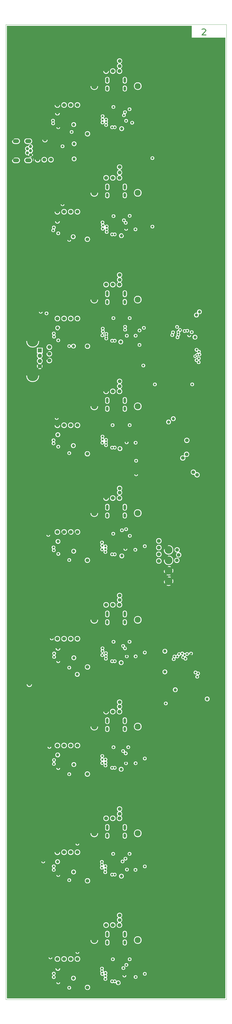
<source format=gbr>
%FSLAX33Y33*%
%MOMM*%
G04 EasyPC Gerber Version 16.0.6 Build 3249 *
%ADD94O,1.00000X1.70000*%
%ADD93O,1.00000X2.00000*%
%ADD137R,1.60000X1.60000*%
%ADD10C,0.12000*%
%ADD29C,0.30000*%
%ADD28C,0.40000*%
%ADD13C,0.70000*%
%ADD27C,0.80000*%
%ADD140C,1.10000*%
%ADD90C,1.20000*%
%ADD102C,1.40000*%
%ADD15C,1.50000*%
%ADD73C,1.60000*%
%ADD139C,2.30000*%
%ADD88C,3.00000*%
%ADD91O,2.40000X1.50000*%
%ADD138C,4.30000*%
%ADD98C,6.00000*%
X0Y0D02*
D02*
D10*
X2001Y2008D02*
X86001D01*
Y372808*
X2001*
Y2008*
X2500Y235450D02*
X17050D01*
Y256000*
X2500*
Y235450*
X9766Y239284D02*
G75*
G02X14786I2510D01*
G01*
G75*
G02X9766I-2510*
G01*
Y252416D02*
G75*
G02X14786I2510D01*
G01*
G75*
G02X9766I-2510*
G01*
X14168Y247690D02*
X13808D01*
Y250010*
X16128*
Y247690*
X15768*
G75*
G02X15556Y245850I-800J-840*
G01*
G75*
G02Y243850I-588J-1000*
G01*
G75*
G02X14968Y241690I-588J-1000*
G01*
G75*
G02X14380Y243850J1160*
G01*
G75*
G02Y245850I588J1000*
G01*
G75*
G02X14168Y247690I588J1000*
G01*
X2500Y239284D02*
G36*
Y235450D01*
X17050*
Y239284*
X14786*
G75*
G02X9766I-2510*
G01*
X2500*
G37*
X9766D02*
G36*
G75*
G02X14786I2510D01*
G01*
X17050*
Y245850*
X15556*
G75*
G02Y243850I-588J-1000*
G01*
G75*
G02X14968Y241690I-588J-1000*
G01*
G75*
G02X14380Y243850J1160*
G01*
G75*
G02Y245850I588J1000*
G01*
X2500*
Y239284*
X9766*
G37*
X2500Y252416D02*
G36*
Y245850D01*
X14380*
G75*
G02X14168Y247690I588J1000*
G01*
X13808*
Y250010*
X16128*
Y247690*
X15768*
G75*
G02X15556Y245850I-800J-840*
G01*
X17050*
Y252416*
X14786*
G75*
G02X9766I-2510*
G01*
X2500*
G37*
X9766D02*
G36*
G75*
G02X14786I2510D01*
G01*
X17050*
Y256000*
X2500*
Y252416*
X9766*
G37*
X12750Y320573D02*
G75*
G02Y322227I740J827D01*
G01*
Y330000*
X2500*
Y319650*
X12750*
Y320573*
X6375Y320040D02*
X5475D01*
G75*
G02Y322260J1110*
G01*
X6375*
G75*
G02Y320040J-1110*
G01*
Y327340D02*
X5475D01*
G75*
G02Y329560J1110*
G01*
X6375*
G75*
G02Y327340J-1110*
G01*
X9744Y324800D02*
G75*
G02X10524Y326527I531J800D01*
G01*
G75*
G02X11475Y327360I952J-127*
G01*
G75*
G02X12006Y325600J-960*
G01*
G75*
G02Y324000I-531J-800*
G01*
G75*
G02X11475Y322240I-531J-800*
G01*
G75*
G02X10524Y323073J960*
G01*
G75*
G02X9744Y324800I-248J927*
G01*
X11025Y320040D02*
X10125D01*
G75*
G02Y322260J1110*
G01*
X11025*
G75*
G02Y320040J-1110*
G01*
Y327340D02*
X10125D01*
G75*
G02Y329560J1110*
G01*
X11025*
G75*
G02Y327340J-1110*
G01*
X2500Y321150D02*
G36*
Y319650D01*
X12750*
Y320573*
G75*
G02X12409Y321150I740J827*
G01*
X12135*
G75*
G02X11025Y320040I-1110*
G01*
X10125*
G75*
G02X9015Y321150J1110*
G01*
X7485*
G75*
G02X6375Y320040I-1110*
G01*
X5475*
G75*
G02X4365Y321150J1110*
G01*
X2500*
G37*
X4365D02*
G36*
G75*
G02X5475Y322260I1110D01*
G01*
X6375*
G75*
G02X7485Y321150J-1110*
G01*
X9015*
G75*
G02X10125Y322260I1110*
G01*
X11025*
G75*
G02X12135Y321150J-1110*
G01*
X12409*
G75*
G02X12750Y322227I1081J250*
G01*
Y324800*
X12435*
G75*
G02X12006Y324000I-960*
G01*
G75*
G02X11475Y322240I-531J-800*
G01*
G75*
G02X10524Y323073J960*
G01*
G75*
G02X9744Y324800I-248J927*
G01*
X2500*
Y321150*
X4365*
G37*
X2500Y328450D02*
G36*
Y324800D01*
X9744*
G75*
G02X10524Y326527I531J800*
G01*
G75*
G02X11475Y327360I952J-127*
G01*
G75*
G02X12006Y325600J-960*
G01*
G75*
G02X12435Y324800I-531J-800*
G01*
X12750*
Y328450*
X12135*
G75*
G02X11025Y327340I-1110*
G01*
X10125*
G75*
G02X9015Y328450J1110*
G01*
X7485*
G75*
G02X6375Y327340I-1110*
G01*
X5475*
G75*
G02X4365Y328450J1110*
G01*
X2500*
G37*
X4365D02*
G36*
G75*
G02X5475Y329560I1110D01*
G01*
X6375*
G75*
G02X7485Y328450J-1110*
G01*
X9015*
G75*
G02X10125Y329560I1110*
G01*
X11025*
G75*
G02X12135Y328450J-1110*
G01*
X12750*
Y330000*
X2500*
Y328450*
X4365*
G37*
X61600Y157500D02*
X85500D01*
Y176500*
X61600*
Y157500*
X64000Y162970D02*
G75*
G02Y159250J-1860D01*
G01*
G75*
G02Y162970J1860*
G01*
Y166930D02*
G75*
G02Y163210J-1860D01*
G01*
G75*
G02Y166930J1860*
G01*
Y170890D02*
G75*
G02Y167170J-1860D01*
G01*
G75*
G02Y170890J1860*
G01*
Y174850D02*
G75*
G02Y171130J-1860D01*
G01*
G75*
G02Y174850J1860*
G01*
X66090Y169000D02*
G75*
G02X68210I1060D01*
G01*
G75*
G02X66090I-1060*
G01*
X67205Y171941D02*
G75*
G02X66190Y173000I45J1059D01*
G01*
G75*
G02X68310I1060*
G01*
G75*
G02X67895Y172159I-1060*
G01*
G75*
G02X68910Y171100I-45J-1059*
G01*
G75*
G02X66790I-1060*
G01*
G75*
G02X67205Y171941I1060J0*
G01*
X61600Y161110D02*
G36*
Y157500D01*
X85500*
Y161110*
X65860*
G75*
G02X64000Y159250I-1860*
G01*
G75*
G02X62140Y161110J1860*
G01*
X61600*
G37*
X62140D02*
G36*
G75*
G02X64000Y162970I1860D01*
G01*
G75*
G02X65860Y161110J-1860*
G01*
X85500*
Y165070*
X65860*
G75*
G02X64000Y163210I-1860*
G01*
G75*
G02X62140Y165070J1860*
G01*
X61600*
Y161110*
X62140*
G37*
Y165070D02*
G36*
G75*
G02X64000Y166930I1860D01*
G01*
G75*
G02X65860Y165070J-1860*
G01*
X85500*
Y169030*
X68210*
G75*
G02X68210Y169000I-1060J-29*
G01*
G75*
G02X66090I-1060*
G01*
G75*
G02X66090Y169030I1060J1*
G01*
X65860*
G75*
G02X64000Y167170I-1860*
G01*
G75*
G02X62140Y169030J1860*
G01*
X61600*
Y165070*
X62140*
G37*
Y169030D02*
G36*
G75*
G02X64000Y170890I1860D01*
G01*
G75*
G02X65860Y169030J-1860*
G01*
X66090*
G75*
G02X68210I1060J-30*
G01*
X85500*
Y172990*
X68310*
G75*
G02X67895Y172159I-1060J10*
G01*
G75*
G02X68910Y171100I-45J-1059*
G01*
G75*
G02X66790I-1060*
G01*
G75*
G02X67205Y171941I1060J0*
G01*
G75*
G02X66190Y172990I45J1059*
G01*
X65860*
G75*
G02X64000Y171130I-1860*
G01*
G75*
G02X62140Y172990J1860*
G01*
X61600*
Y169030*
X62140*
G37*
Y172990D02*
G36*
G75*
G02X64000Y174850I1860D01*
G01*
G75*
G02X65860Y172990J-1860*
G01*
X66190*
G75*
G02Y173000I1059J5*
G01*
G75*
G02X68310I1060*
G01*
G75*
G02Y172990I-1061J-5*
G01*
X85500*
Y176500*
X61600*
Y172990*
X62140*
G37*
X85500Y367800D02*
X72700D01*
Y372300*
X2500*
Y329950*
X2550Y329900*
X12650*
Y319800*
X2500*
Y255800*
X16900*
X16850Y255750*
Y235800*
X16800Y235850*
X2500*
Y2550*
X2550Y2500*
X85450*
X85500Y2550*
Y157700*
X61600*
X61650Y157750*
Y176350*
X61700Y176300*
X85500*
Y367800*
X9940Y121850D02*
G75*
G02X12060I1060D01*
G01*
G75*
G02X9940I-1060*
G01*
X14590Y263550D02*
G75*
G02X16110I760D01*
G01*
G75*
G02X14590I-760*
G01*
X15250Y321400D02*
G75*
G02X13030I-1110D01*
G01*
G75*
G02X15250I1110*
G01*
X15540Y54500D02*
G75*
G02X17060I760D01*
G01*
G75*
G02X15540I-760*
G01*
X15890Y329000D02*
G75*
G02X18010I1060D01*
G01*
G75*
G02X15890I-1060*
G01*
X16790Y262950D02*
G75*
G02X18310I760D01*
G01*
G75*
G02X16790I-760*
G01*
X17440Y178700D02*
G75*
G02X18960I760D01*
G01*
G75*
G02X17440I-760*
G01*
X17790Y321400D02*
G75*
G02X15570I-1110D01*
G01*
G75*
G02X17790I1110*
G01*
X17890Y98050D02*
G75*
G02X19410I760D01*
G01*
G75*
G02X17890I-760*
G01*
X18265Y18025D02*
G75*
G02X19785I760D01*
G01*
G75*
G02X18265I-760*
G01*
X18600Y243920D02*
G75*
G02Y246140J1110D01*
G01*
G75*
G02Y243920J-1110*
G01*
Y246460D02*
G75*
G02Y248680J1110D01*
G01*
G75*
G02Y246460J-1110*
G01*
Y249000D02*
G75*
G02Y251220J1110D01*
G01*
G75*
G02Y249000J-1110*
G01*
X18790Y139300D02*
G75*
G02X20310I760D01*
G01*
G75*
G02X18790I-760*
G01*
X19477Y335699D02*
G75*
G02X19240Y336250I523J551D01*
G01*
G75*
G02X20760I760*
G01*
G75*
G02X20573Y335751I-760*
G01*
G75*
G02X20810Y335200I-523J-551*
G01*
G75*
G02X19290I-760*
G01*
G75*
G02X19477Y335699I760*
G01*
X19728Y295213D02*
G75*
G02X19590Y295650I622J437D01*
G01*
G75*
G02X21110I760*
G01*
G75*
G02X20722Y294987I-760*
G01*
G75*
G02X20860Y294550I-622J-437*
G01*
G75*
G02X19340I-760*
G01*
G75*
G02X19728Y295213I760*
G01*
X19730Y173353D02*
G75*
G02X19440Y173950I470J597D01*
G01*
G75*
G02X20960I760*
G01*
G75*
G02X20770Y173447I-760*
G01*
G75*
G02X21060Y172850I-470J-597*
G01*
G75*
G02X19540I-760*
G01*
G75*
G02X19730Y173353I760*
G01*
X19734Y214100D02*
G75*
G02X19440Y214700I467J600D01*
G01*
G75*
G02X20960I760*
G01*
G75*
G02X20667Y214100I-760*
G01*
G75*
G02X20960Y213500I-467J-600*
G01*
G75*
G02X19440I-760*
G01*
G75*
G02X19734Y214100I760*
G01*
X19888Y254661D02*
G75*
G02X19540Y255300I412J639D01*
G01*
G75*
G02X21060I760*
G01*
G75*
G02X20812Y254739I-760*
G01*
G75*
G02X21160Y254100I-412J-639*
G01*
G75*
G02X19640I-760*
G01*
G75*
G02X19888Y254661I760*
G01*
X19951Y11175D02*
G75*
G02X19540Y11850I349J675D01*
G01*
G75*
G02X21060I760*
G01*
G75*
G02X20649Y11175I-760*
G01*
G75*
G02X21060Y10500I-349J-675*
G01*
G75*
G02X19540I-760*
G01*
G75*
G02X19951Y11175I760*
G01*
Y51975D02*
G75*
G02X19540Y52650I349J675D01*
G01*
G75*
G02X21060I760*
G01*
G75*
G02X20649Y51975I-760*
G01*
G75*
G02X21060Y51300I-349J-675*
G01*
G75*
G02X19540I-760*
G01*
G75*
G02X19951Y51975I760*
G01*
X20056Y132950D02*
G75*
G02X19690Y133600I394J650D01*
G01*
G75*
G02X21210I760*
G01*
G75*
G02X20844Y132950I-760*
G01*
G75*
G02X21210Y132300I-394J-650*
G01*
G75*
G02X19690I-760*
G01*
G75*
G02X20056Y132950I760*
G01*
X20149Y92333D02*
G75*
G02X19640Y93050I252J717D01*
G01*
G75*
G02X21160I760*
G01*
G75*
G02X20602Y92317I-760*
G01*
G75*
G02X21110Y91600I-252J-717*
G01*
G75*
G02X19590I-760*
G01*
G75*
G02X20149Y92333I760*
G01*
X20330Y321400D02*
G75*
G02X18110I-1110D01*
G01*
G75*
G02X20330I1110*
G01*
X20580Y17400D02*
G75*
G02X22800I1110D01*
G01*
G75*
G02X20580I-1110*
G01*
Y58000D02*
G75*
G02X22800I1110D01*
G01*
G75*
G02X20580I-1110*
G01*
Y98600D02*
G75*
G02X22800I1110D01*
G01*
G75*
G02X20580I-1110*
G01*
Y139200D02*
G75*
G02X22800I1110D01*
G01*
G75*
G02X20580I-1110*
G01*
Y179800D02*
G75*
G02X22800I1110D01*
G01*
G75*
G02X20580I-1110*
G01*
Y220400D02*
G75*
G02X22800I1110D01*
G01*
G75*
G02X20580I-1110*
G01*
Y261000D02*
G75*
G02X22800I1110D01*
G01*
G75*
G02X20580I-1110*
G01*
Y301600D02*
G75*
G02X22800I1110D01*
G01*
G75*
G02X20580I-1110*
G01*
Y342200D02*
G75*
G02X22800I1110D01*
G01*
G75*
G02X20580I-1110*
G01*
X20640Y223150D02*
G75*
G02X22160I760D01*
G01*
G75*
G02X20640I-760*
G01*
X20740Y298000D02*
G75*
G02X22660I960D01*
G01*
G75*
G02X20740I-960*
G01*
Y339150D02*
G75*
G02X22660I960D01*
G01*
G75*
G02X20740I-960*
G01*
X20790Y54400D02*
G75*
G02X22710I960D01*
G01*
G75*
G02X20790I-960*
G01*
X20840Y95000D02*
G75*
G02X22760I960D01*
G01*
G75*
G02X20840I-960*
G01*
Y257400D02*
G75*
G02X22760I960D01*
G01*
G75*
G02X20840I-960*
G01*
X20890Y13800D02*
G75*
G02X22810I960D01*
G01*
G75*
G02X20890I-960*
G01*
Y216800D02*
G75*
G02X22810I960D01*
G01*
G75*
G02X20890I-960*
G01*
X20940Y135600D02*
G75*
G02X22860I960D01*
G01*
G75*
G02X20940I-960*
G01*
Y176200D02*
G75*
G02X22860I960D01*
G01*
G75*
G02X20940I-960*
G01*
X21240Y8500D02*
G75*
G02X22760I760D01*
G01*
G75*
G02X21240I-760*
G01*
Y49350D02*
G75*
G02X22760I760D01*
G01*
G75*
G02X21240I-760*
G01*
Y90000D02*
G75*
G02X22760I760D01*
G01*
G75*
G02X21240I-760*
G01*
Y130650D02*
G75*
G02X22760I760D01*
G01*
G75*
G02X21240I-760*
G01*
Y212250D02*
G75*
G02X22760I760D01*
G01*
G75*
G02X21240I-760*
G01*
Y252700D02*
G75*
G02X22760I760D01*
G01*
G75*
G02X21240I-760*
G01*
Y293400D02*
G75*
G02X22760I760D01*
G01*
G75*
G02X21240I-760*
G01*
Y333750D02*
G75*
G02X22760I760D01*
G01*
G75*
G02X21240I-760*
G01*
X21290Y171450D02*
G75*
G02X22810I760D01*
G01*
G75*
G02X21290I-760*
G01*
X22890Y304450D02*
G75*
G02X24410I760D01*
G01*
G75*
G02X22890I-760*
G01*
Y326500D02*
G75*
G02X24410I760D01*
G01*
G75*
G02X22890I-760*
G01*
X23120Y17400D02*
G75*
G02X25340I1110D01*
G01*
G75*
G02X23120I-1110*
G01*
Y58000D02*
G75*
G02X25340I1110D01*
G01*
G75*
G02X23120I-1110*
G01*
Y98600D02*
G75*
G02X25340I1110D01*
G01*
G75*
G02X23120I-1110*
G01*
Y139200D02*
G75*
G02X25340I1110D01*
G01*
G75*
G02X23120I-1110*
G01*
Y179800D02*
G75*
G02X25340I1110D01*
G01*
G75*
G02X23120I-1110*
G01*
Y220400D02*
G75*
G02X25340I1110D01*
G01*
G75*
G02X23120I-1110*
G01*
Y261000D02*
G75*
G02X25340I1110D01*
G01*
G75*
G02X23120I-1110*
G01*
Y301600D02*
G75*
G02X25340I1110D01*
G01*
G75*
G02X23120I-1110*
G01*
Y342200D02*
G75*
G02X25340I1110D01*
G01*
G75*
G02X23120I-1110*
G01*
X25440Y6450D02*
G75*
G02X26960I760D01*
G01*
G75*
G02X25440I-760*
G01*
Y47400D02*
G75*
G02X26960I760D01*
G01*
G75*
G02X25440I-760*
G01*
Y87700D02*
G75*
G02X26960I760D01*
G01*
G75*
G02X25440I-760*
G01*
Y128200D02*
G75*
G02X26960I760D01*
G01*
G75*
G02X25440I-760*
G01*
Y169150D02*
G75*
G02X26960I760D01*
G01*
G75*
G02X25440I-760*
G01*
Y209800D02*
G75*
G02X26960I760D01*
G01*
G75*
G02X25440I-760*
G01*
Y290900D02*
G75*
G02X26960I760D01*
G01*
G75*
G02X25440I-760*
G01*
X25660Y17400D02*
G75*
G02X27880I1110D01*
G01*
G75*
G02X25660I-1110*
G01*
Y58000D02*
G75*
G02X27880I1110D01*
G01*
G75*
G02X25660I-1110*
G01*
Y98600D02*
G75*
G02X27880I1110D01*
G01*
G75*
G02X25660I-1110*
G01*
Y139200D02*
G75*
G02X27880I1110D01*
G01*
G75*
G02X25660I-1110*
G01*
Y179800D02*
G75*
G02X27880I1110D01*
G01*
G75*
G02X25660I-1110*
G01*
Y220400D02*
G75*
G02X27880I1110D01*
G01*
G75*
G02X25660I-1110*
G01*
Y261000D02*
G75*
G02X27880I1110D01*
G01*
G75*
G02X25660I-1110*
G01*
Y301600D02*
G75*
G02X27880I1110D01*
G01*
G75*
G02X25660I-1110*
G01*
Y342200D02*
G75*
G02X27880I1110D01*
G01*
G75*
G02X25660I-1110*
G01*
X26340Y331950D02*
G75*
G02X27860I760D01*
G01*
G75*
G02X26340I-760*
G01*
X26740Y292100D02*
G75*
G02X28660I960D01*
G01*
G75*
G02X26740I-960*
G01*
X26790Y212650D02*
G75*
G02X28710I960D01*
G01*
G75*
G02X26790I-960*
G01*
X26840Y10100D02*
G75*
G02X28760I960D01*
G01*
G75*
G02X26840I-960*
G01*
X26890Y50500D02*
G75*
G02X28810I960D01*
G01*
G75*
G02X26890I-960*
G01*
X26892Y250187D02*
G75*
G02X25440Y250500I-693J313D01*
G01*
G75*
G02X26892Y250813I760*
G01*
G75*
G02X28760Y250500I908J-313*
G01*
G75*
G02X26892Y250187I-960*
G01*
X26940Y172500D02*
G75*
G02X28860I960D01*
G01*
G75*
G02X26940I-960*
G01*
Y334750D02*
G75*
G02X28860I960D01*
G01*
G75*
G02X26940I-960*
G01*
X26990Y91350D02*
G75*
G02X28910I960D01*
G01*
G75*
G02X26990I-960*
G01*
Y131950D02*
G75*
G02X28910I960D01*
G01*
G75*
G02X26990I-960*
G01*
X27090Y321700D02*
G75*
G02X29010I960D01*
G01*
G75*
G02X27090I-960*
G01*
Y327450D02*
G75*
G02X29010I960D01*
G01*
G75*
G02X27090I-960*
G01*
X28200Y17400D02*
G75*
G02X30420I1110D01*
G01*
G75*
G02X28200I-1110*
G01*
Y58000D02*
G75*
G02X30420I1110D01*
G01*
G75*
G02X28200I-1110*
G01*
Y98600D02*
G75*
G02X30420I1110D01*
G01*
G75*
G02X28200I-1110*
G01*
Y139200D02*
G75*
G02X30420I1110D01*
G01*
G75*
G02X28200I-1110*
G01*
Y179800D02*
G75*
G02X30420I1110D01*
G01*
G75*
G02X28200I-1110*
G01*
Y220400D02*
G75*
G02X30420I1110D01*
G01*
G75*
G02X28200I-1110*
G01*
Y261000D02*
G75*
G02X30420I1110D01*
G01*
G75*
G02X28200I-1110*
G01*
Y301600D02*
G75*
G02X30420I1110D01*
G01*
G75*
G02X28200I-1110*
G01*
Y342200D02*
G75*
G02X30420I1110D01*
G01*
G75*
G02X28200I-1110*
G01*
X28290Y125650D02*
G75*
G02X30210I960D01*
G01*
G75*
G02X28290I-960*
G01*
X28540Y20050D02*
G75*
G02X30060I760D01*
G01*
G75*
G02X28540I-760*
G01*
Y61250D02*
G75*
G02X30060I760D01*
G01*
G75*
G02X28540I-760*
G01*
X32040Y87750D02*
G75*
G02X34160I1060D01*
G01*
G75*
G02X32040I-1060*
G01*
Y169050D02*
G75*
G02X34160I1060D01*
G01*
G75*
G02X32040I-1060*
G01*
Y209550D02*
G75*
G02X34160I1060D01*
G01*
G75*
G02X32040I-1060*
G01*
Y291150D02*
G75*
G02X34160I1060D01*
G01*
G75*
G02X32040I-1060*
G01*
X32090Y6600D02*
G75*
G02X34210I1060D01*
G01*
G75*
G02X32090I-1060*
G01*
Y47150D02*
G75*
G02X34210I1060D01*
G01*
G75*
G02X32090I-1060*
G01*
Y128450D02*
G75*
G02X34210I1060D01*
G01*
G75*
G02X32090I-1060*
G01*
Y250450D02*
G75*
G02X34210I1060D01*
G01*
G75*
G02X32090I-1060*
G01*
Y331250D02*
G75*
G02X34210I1060D01*
G01*
G75*
G02X32090I-1060*
G01*
X37235Y24595D02*
G75*
G02X34215I-1510D01*
G01*
G75*
G02X37235I1510*
G01*
Y65195D02*
G75*
G02X34215I-1510D01*
G01*
G75*
G02X37235I1510*
G01*
Y105795D02*
G75*
G02X34215I-1510D01*
G01*
G75*
G02X37235I1510*
G01*
Y146395D02*
G75*
G02X34215I-1510D01*
G01*
G75*
G02X37235I1510*
G01*
Y186995D02*
G75*
G02X34215I-1510D01*
G01*
G75*
G02X37235I1510*
G01*
Y227595D02*
G75*
G02X34215I-1510D01*
G01*
G75*
G02X37235I1510*
G01*
Y268195D02*
G75*
G02X34215I-1510D01*
G01*
G75*
G02X37235I1510*
G01*
Y308795D02*
G75*
G02X34215I-1510D01*
G01*
G75*
G02X37235I1510*
G01*
Y349395D02*
G75*
G02X34215I-1510D01*
G01*
G75*
G02X37235I1510*
G01*
X38077Y53799D02*
G75*
G02X37840Y54350I523J551D01*
G01*
G75*
G02X39360I760*
G01*
G75*
G02X39173Y53851I-760*
G01*
G75*
G02X39410Y53300I-523J-551*
G01*
G75*
G02X39407Y53232I-760J0*
G01*
G75*
G02X40710Y52700I543J-532*
G01*
G75*
G02X40417Y52100I-760*
G01*
G75*
G02X40448Y50926I-467J-600*
G01*
G75*
G02X40660Y50400I-548J-526*
G01*
G75*
G02X39140I-760*
G01*
G75*
G02X39402Y50974I760J0*
G01*
G75*
G02X39219Y51710I548J526*
G01*
G75*
G02X37840Y52150I-620J440*
G01*
G75*
G02X38129Y52747I760J0*
G01*
G75*
G02X38077Y53799I521J553*
G01*
X38078Y13250D02*
G75*
G02X37890Y13750I572J500D01*
G01*
G75*
G02X39410I760*
G01*
G75*
G02X39222Y13250I-760*
G01*
G75*
G02X39380Y12540I-572J-500*
G01*
G75*
G02X40760Y12100I620J-440*
G01*
G75*
G02X40497Y11525I-760*
G01*
G75*
G02X40471Y10353I-497J-575*
G01*
G75*
G02X40710Y9800I-521J-553*
G01*
G75*
G02X39190I-760*
G01*
G75*
G02X39479Y10397I760J0*
G01*
G75*
G02X39264Y11140I521J553*
G01*
G75*
G02X38155Y12173I-514J560*
G01*
G75*
G02X38078Y13250I495J577*
G01*
X38238Y175161D02*
G75*
G02X37890Y175800I412J639D01*
G01*
G75*
G02X39410I760*
G01*
G75*
G02X39162Y175239I-760*
G01*
G75*
G02X39456Y174881I-412J-639*
G01*
G75*
G02X40550Y173825I544J-531*
G01*
G75*
G02X40498Y172726I-550J-525*
G01*
G75*
G02X40710Y172200I-548J-526*
G01*
G75*
G02X39190I-760*
G01*
G75*
G02X39452Y172774I760J0*
G01*
G75*
G02X39380Y172861I548J526*
G01*
G75*
G02X37940Y173200I-680J340*
G01*
G75*
G02X38430Y173911I760*
G01*
G75*
G02X38238Y175161I320J689*
G01*
X38301Y135025D02*
G75*
G02X38090Y135550I550J525D01*
G01*
G75*
G02X39610I760*
G01*
G75*
G02X39400Y135025I-760*
G01*
G75*
G02X38912Y133743I-550J-525*
G01*
G75*
G02X39508Y133057I-162J-743*
G01*
G75*
G02X39601Y133175I642J-407*
G01*
G75*
G02X39390Y133700I550J525*
G01*
G75*
G02X40910I760*
G01*
G75*
G02X40700Y133175I-760*
G01*
G75*
G02Y132125I-550J-525*
G01*
G75*
G02X40910Y131600I-550J-525*
G01*
G75*
G02X39390I-760*
G01*
G75*
G02X39601Y132125I760*
G01*
G75*
G02X39392Y132593I550J525*
G01*
G75*
G02X37990Y133000I-642J407*
G01*
G75*
G02X38688Y133757I760*
G01*
G75*
G02X38301Y135025I162J743*
G01*
X38352Y215526D02*
G75*
G02X38090Y216100I498J574D01*
G01*
G75*
G02X39610I760*
G01*
G75*
G02X39398Y215574I-760*
G01*
G75*
G02X39608Y215276I-498J-574*
G01*
G75*
G02X40960Y214800I592J-477*
G01*
G75*
G02X40772Y214300I-760*
G01*
G75*
G02Y213300I-572J-500*
G01*
G75*
G02X40960Y212800I-572J-500*
G01*
G75*
G02X39440I-760*
G01*
G75*
G02X39628Y213300I760J0*
G01*
G75*
G02X39511Y213480I573J500*
G01*
G75*
G02X38040Y213750I-711J270*
G01*
G75*
G02X38422Y214409I760*
G01*
G75*
G02X38352Y215526I478J591*
G01*
X38356Y93950D02*
G75*
G02X37990Y94600I394J650D01*
G01*
G75*
G02X39510I760*
G01*
G75*
G02X39144Y93950I-760*
G01*
G75*
G02X39392Y93706I-394J-650*
G01*
G75*
G02X40760Y93250I608J-456*
G01*
G75*
G02X40497Y92675I-760*
G01*
G75*
G02X40525Y91550I-497J-575*
G01*
G75*
G02X40760Y91000I-524J-550*
G01*
G75*
G02X39240I-760*
G01*
G75*
G02X39476Y91550I760*
G01*
G75*
G02X39442Y91585I524J549*
G01*
G75*
G02X37990Y91900I-692J315*
G01*
G75*
G02X38454Y92600I760*
G01*
G75*
G02X38356Y93950I296J700*
G01*
X38379Y336147D02*
G75*
G02X38468Y337325I521J553D01*
G01*
G75*
G02X38140Y337950I432J625*
G01*
G75*
G02X39660I760*
G01*
G75*
G02X39332Y337325I-760*
G01*
G75*
G02X39588Y337023I-432J-625*
G01*
G75*
G02X41010Y336650I662J-373*
G01*
G75*
G02X40822Y336150I-760*
G01*
G75*
G02X40800Y335125I-572J-500*
G01*
G75*
G02X41010Y334600I-550J-525*
G01*
G75*
G02X39490I-760*
G01*
G75*
G02X39701Y335125I760*
G01*
G75*
G02X39571Y335309I550J525*
G01*
G75*
G02X38090Y335550I-721J241*
G01*
G75*
G02X38379Y336147I760J0*
G01*
X38438Y296912D02*
G75*
G02X38090Y297550I412J639D01*
G01*
G75*
G02X39610I760*
G01*
G75*
G02X39412Y297039I-760*
G01*
G75*
G02X39754Y296306I-412J-639*
G01*
G75*
G02X41210Y296000I696J-306*
G01*
G75*
G02X41000Y295475I-760*
G01*
G75*
G02Y294425I-550J-525*
G01*
G75*
G02X41210Y293900I-550J-525*
G01*
G75*
G02X39690I-760*
G01*
G75*
G02X39901Y294425I760*
G01*
G75*
G02X39690Y294950I550J525*
G01*
G75*
G02X39691Y294979I760J-1*
G01*
G75*
G02X38190Y295150I-741J171*
G01*
G75*
G02X38544Y295792I760*
G01*
G75*
G02X38438Y296912I456J608*
G01*
X38452Y256576D02*
G75*
G02X38190Y257150I498J574D01*
G01*
G75*
G02X39710I760*
G01*
G75*
G02X39498Y256624I-760*
G01*
G75*
G02X39103Y255297I-498J-574*
G01*
G75*
G02X39560Y254600I-303J-697*
G01*
G75*
G02X38040I-760*
G01*
G75*
G02X38697Y255353I760*
G01*
G75*
G02X38452Y256576I303J697*
G01*
X39670Y253825D02*
G75*
G02X39688Y254700I630J425D01*
G01*
G75*
G02X39540Y255150I613J450*
G01*
G75*
G02X41060I760*
G01*
G75*
G02X40913Y254700I-760J0*
G01*
G75*
G02X40930Y253825I-613J-450*
G01*
G75*
G02X41060Y253400I-630J-425*
G01*
G75*
G02X39540I-760*
G01*
G75*
G02X39670Y253825I760J0*
G01*
X41340Y30300D02*
G75*
G02X39120I-1110D01*
G01*
G75*
G02X41340I1110*
G01*
Y70900D02*
G75*
G02X39120I-1110D01*
G01*
G75*
G02X41340I1110*
G01*
Y111500D02*
G75*
G02X39120I-1110D01*
G01*
G75*
G02X41340I1110*
G01*
Y152100D02*
G75*
G02X39120I-1110D01*
G01*
G75*
G02X41340I1110*
G01*
Y192700D02*
G75*
G02X39120I-1110D01*
G01*
G75*
G02X41340I1110*
G01*
Y233300D02*
G75*
G02X39120I-1110D01*
G01*
G75*
G02X41340I1110*
G01*
Y273900D02*
G75*
G02X39120I-1110D01*
G01*
G75*
G02X41340I1110*
G01*
Y314500D02*
G75*
G02X39120I-1110D01*
G01*
G75*
G02X41340I1110*
G01*
Y355100D02*
G75*
G02X39120I-1110D01*
G01*
G75*
G02X41340I1110*
G01*
X41535Y24025D02*
Y23325D01*
G75*
G02X39815I-860*
G01*
Y24025*
G75*
G02X41535I860*
G01*
Y27325D02*
Y26325D01*
G75*
G02X39815I-860*
G01*
Y27325*
G75*
G02X41535I860*
G01*
Y64625D02*
Y63925D01*
G75*
G02X39815I-860*
G01*
Y64625*
G75*
G02X41535I860*
G01*
Y67925D02*
Y66925D01*
G75*
G02X39815I-860*
G01*
Y67925*
G75*
G02X41535I860*
G01*
Y105225D02*
Y104525D01*
G75*
G02X39815I-860*
G01*
Y105225*
G75*
G02X41535I860*
G01*
Y108525D02*
Y107525D01*
G75*
G02X39815I-860*
G01*
Y108525*
G75*
G02X41535I860*
G01*
Y145825D02*
Y145125D01*
G75*
G02X39815I-860*
G01*
Y145825*
G75*
G02X41535I860*
G01*
Y149125D02*
Y148125D01*
G75*
G02X39815I-860*
G01*
Y149125*
G75*
G02X41535I860*
G01*
Y186425D02*
Y185725D01*
G75*
G02X39815I-860*
G01*
Y186425*
G75*
G02X41535I860*
G01*
Y189725D02*
Y188725D01*
G75*
G02X39815I-860*
G01*
Y189725*
G75*
G02X41535I860*
G01*
Y227025D02*
Y226325D01*
G75*
G02X39815I-860*
G01*
Y227025*
G75*
G02X41535I860*
G01*
Y230325D02*
Y229325D01*
G75*
G02X39815I-860*
G01*
Y230325*
G75*
G02X41535I860*
G01*
Y267625D02*
Y266925D01*
G75*
G02X39815I-860*
G01*
Y267625*
G75*
G02X41535I860*
G01*
Y270925D02*
Y269925D01*
G75*
G02X39815I-860*
G01*
Y270925*
G75*
G02X41535I860*
G01*
Y308225D02*
Y307525D01*
G75*
G02X39815I-860*
G01*
Y308225*
G75*
G02X41535I860*
G01*
Y311525D02*
Y310525D01*
G75*
G02X39815I-860*
G01*
Y311525*
G75*
G02X41535I860*
G01*
Y348825D02*
Y348125D01*
G75*
G02X39815I-860*
G01*
Y348825*
G75*
G02X41535I860*
G01*
Y352125D02*
Y351125D01*
G75*
G02X39815I-860*
G01*
Y352125*
G75*
G02X41535I860*
G01*
X41940Y220450D02*
G75*
G02X43460I760D01*
G01*
G75*
G02X41940I-760*
G01*
X42040Y17300D02*
G75*
G02X43560I760D01*
G01*
G75*
G02X42040I-760*
G01*
X42140Y57400D02*
G75*
G02X43660I760D01*
G01*
G75*
G02X42140I-760*
G01*
X42190Y179150D02*
G75*
G02X43710I760D01*
G01*
G75*
G02X42190I-760*
G01*
X42240Y261150D02*
G75*
G02X43760I760D01*
G01*
G75*
G02X42240I-760*
G01*
Y341450D02*
G75*
G02X43760I760D01*
G01*
G75*
G02X42240I-760*
G01*
X42290Y97950D02*
G75*
G02X43810I760D01*
G01*
G75*
G02X42290I-760*
G01*
Y138050D02*
G75*
G02X43810I760D01*
G01*
G75*
G02X42290I-760*
G01*
Y299950D02*
G75*
G02X43810I760D01*
G01*
G75*
G02X42290I-760*
G01*
X43000Y8328D02*
G75*
G02X41740Y8900I-500J572D01*
G01*
G75*
G02X43000Y9472I760*
G01*
G75*
G02X44236Y9088I500J-572*
G01*
G75*
G02X45810Y8350I614J-738*
G01*
G75*
G02X43895Y8251I-960*
G01*
G75*
G02X43000Y8328I-395J649*
G01*
Y48928D02*
G75*
G02X41740Y49500I-500J572D01*
G01*
G75*
G02X43000Y50072I760*
G01*
G75*
G02X44260Y49500I500J-572*
G01*
G75*
G02X43000Y48928I-760*
G01*
Y89528D02*
G75*
G02X41740Y90100I-500J572D01*
G01*
G75*
G02X43000Y90672I760*
G01*
G75*
G02X44260Y90100I500J-572*
G01*
G75*
G02X43000Y89528I-760*
G01*
Y130078D02*
G75*
G02X41740Y130650I-500J572D01*
G01*
G75*
G02X43000Y131222I760*
G01*
G75*
G02X44260Y130650I500J-572*
G01*
G75*
G02X43000Y130078I-760*
G01*
Y170728D02*
G75*
G02X41740Y171300I-500J572D01*
G01*
G75*
G02X43000Y171872I760*
G01*
G75*
G02X44260Y171300I500J-572*
G01*
G75*
G02X43000Y170728I-760*
G01*
Y211328D02*
G75*
G02X41740Y211900I-500J572D01*
G01*
G75*
G02X43000Y212472I760*
G01*
G75*
G02X44260Y211900I500J-572*
G01*
G75*
G02X43000Y211328I-760*
G01*
Y251978D02*
G75*
G02X41740Y252550I-500J572D01*
G01*
G75*
G02X43000Y253122I760*
G01*
G75*
G02X44260Y252550I500J-572*
G01*
G75*
G02X43000Y251978I-760*
G01*
Y292428D02*
G75*
G02X41740Y293000I-500J572D01*
G01*
G75*
G02X43000Y293572I760*
G01*
G75*
G02X44260Y293000I500J-572*
G01*
G75*
G02X43000Y292428I-760*
G01*
Y333178D02*
G75*
G02X41740Y333750I-500J572D01*
G01*
G75*
G02X43000Y334322I760*
G01*
G75*
G02X44260Y333750I500J-572*
G01*
G75*
G02X43000Y333178I-760*
G01*
X43880Y30300D02*
G75*
G02X41660I-1110D01*
G01*
G75*
G02X43880I1110*
G01*
Y70900D02*
G75*
G02X41660I-1110D01*
G01*
G75*
G02X43880I1110*
G01*
Y111500D02*
G75*
G02X41660I-1110D01*
G01*
G75*
G02X43880I1110*
G01*
Y152100D02*
G75*
G02X41660I-1110D01*
G01*
G75*
G02X43880I1110*
G01*
Y192700D02*
G75*
G02X41660I-1110D01*
G01*
G75*
G02X43880I1110*
G01*
Y233300D02*
G75*
G02X41660I-1110D01*
G01*
G75*
G02X43880I1110*
G01*
Y273900D02*
G75*
G02X41660I-1110D01*
G01*
G75*
G02X43880I1110*
G01*
Y314500D02*
G75*
G02X41660I-1110D01*
G01*
G75*
G02X43880I1110*
G01*
Y355100D02*
G75*
G02X41660I-1110D01*
G01*
G75*
G02X43880I1110*
G01*
X44540Y211500D02*
G75*
G02X46460I960D01*
G01*
G75*
G02X44540I-960*
G01*
X44655Y195600D02*
G75*
G02X44290Y196400I695J800D01*
G01*
G75*
G02X46410I1060*
G01*
G75*
G02X46045Y195600I-1060*
G01*
G75*
G02X45603Y193771I-695J-800*
G01*
G75*
G02X46420Y192700I-293J-1071*
G01*
G75*
G02X44200I-1110*
G01*
G75*
G02X45058Y193781I1110*
G01*
G75*
G02X44655Y195600I292J1019*
G01*
X44657Y71798D02*
G75*
G02X44832Y73525I693J802D01*
G01*
G75*
G02X44290Y74450I518J925*
G01*
G75*
G02X46410I1060*
G01*
G75*
G02X45868Y73525I-1060*
G01*
G75*
G02X46004Y71766I-518J-925*
G01*
G75*
G02X46420Y70900I-694J-866*
G01*
G75*
G02X44200I-1110*
G01*
G75*
G02X44657Y71798I1110*
G01*
X44717Y114250D02*
G75*
G02X44290Y115100I633J850D01*
G01*
G75*
G02X46410I1060*
G01*
G75*
G02X45983Y114250I-1060*
G01*
G75*
G02X45854Y112468I-633J-850*
G01*
G75*
G02X46420Y111500I-544J-968*
G01*
G75*
G02X44200I-1110*
G01*
G75*
G02X44807Y112490I1110J0*
G01*
G75*
G02X44717Y114250I543J910*
G01*
Y154800D02*
G75*
G02X44290Y155650I633J850D01*
G01*
G75*
G02X46410I1060*
G01*
G75*
G02X45983Y154800I-1060*
G01*
G75*
G02X45897Y153042I-633J-850*
G01*
G75*
G02X46420Y152100I-587J-942*
G01*
G75*
G02X44200I-1110*
G01*
G75*
G02X44764Y153067I1110J0*
G01*
G75*
G02X44717Y154800I586J883*
G01*
X44752Y33125D02*
G75*
G02X44290Y34000I598J875D01*
G01*
G75*
G02X46410I1060*
G01*
G75*
G02X45948Y33125I-1060*
G01*
G75*
G02X45806Y31293I-598J-875*
G01*
G75*
G02X46420Y30300I-496J-993*
G01*
G75*
G02X44200I-1110*
G01*
G75*
G02X44855Y31313I1110*
G01*
G75*
G02X44752Y33125I495J937*
G01*
X44764Y274867D02*
G75*
G02X44790Y276650I586J883D01*
G01*
G75*
G02X44290Y277550I560J900*
G01*
G75*
G02X46410I1060*
G01*
G75*
G02X45910Y276650I-1060*
G01*
G75*
G02X45897Y274842I-560J-900*
G01*
G75*
G02X46420Y273900I-587J-942*
G01*
G75*
G02X44200I-1110*
G01*
G75*
G02X44764Y274867I1110J0*
G01*
X44807Y356090D02*
G75*
G02X44934Y357975I543J910D01*
G01*
G75*
G02X44290Y358950I416J975*
G01*
G75*
G02X46410I1060*
G01*
G75*
G02X45766Y357975I-1060*
G01*
G75*
G02X45854Y356068I-416J-975*
G01*
G75*
G02X46420Y355100I-544J-968*
G01*
G75*
G02X44200I-1110*
G01*
G75*
G02X44807Y356090I1110J0*
G01*
X44832Y236175D02*
G75*
G02X44290Y237100I518J925D01*
G01*
G75*
G02X46410I1060*
G01*
G75*
G02X45868Y236175I-1060*
G01*
G75*
G02X45806Y234293I-518J-925*
G01*
G75*
G02X46420Y233300I-496J-993*
G01*
G75*
G02X44200I-1110*
G01*
G75*
G02X44855Y234313I1110*
G01*
G75*
G02X44832Y236175I495J937*
G01*
X44840Y252100D02*
G75*
G02X46760I960D01*
G01*
G75*
G02X44840I-960*
G01*
X44910Y315536D02*
G75*
G02X45205Y317550I440J964D01*
G01*
G75*
G02X44290Y318600I145J1050*
G01*
G75*
G02X46410I1060*
G01*
G75*
G02X45495Y317550I-1060*
G01*
G75*
G02X45751Y315519I-145J-1050*
G01*
G75*
G02X46420Y314500I-441J-1019*
G01*
G75*
G02X44200I-1110*
G01*
G75*
G02X44910Y315536I1110*
G01*
X44990Y89550D02*
G75*
G02X46910I960D01*
G01*
G75*
G02X44990I-960*
G01*
Y130100D02*
G75*
G02X46910I960D01*
G01*
G75*
G02X44990I-960*
G01*
X45090Y48900D02*
G75*
G02X47010I960D01*
G01*
G75*
G02X45090I-960*
G01*
Y292500D02*
G75*
G02X47010I960D01*
G01*
G75*
G02X45090I-960*
G01*
X45190Y333200D02*
G75*
G02X47110I960D01*
G01*
G75*
G02X45190I-960*
G01*
X45240Y170700D02*
G75*
G02X47160I960D01*
G01*
G75*
G02X45240I-960*
G01*
X45490Y180450D02*
G75*
G02X47010I760D01*
G01*
G75*
G02X45490I-760*
G01*
X45740Y54500D02*
G75*
G02X47260I760D01*
G01*
G75*
G02X45740I-760*
G01*
X46040Y13950D02*
G75*
G02X47560I760D01*
G01*
G75*
G02X46040I-760*
G01*
X46440Y11100D02*
G75*
G02X47960I760D01*
G01*
G75*
G02X46440I-760*
G01*
X46653Y135691D02*
G75*
G02X45940Y136450I47J759D01*
G01*
G75*
G02X47460I760*
G01*
G75*
G02X47447Y136309I-760J0*
G01*
G75*
G02X48160Y135550I-47J-759*
G01*
G75*
G02X46640I-760*
G01*
G75*
G02X46653Y135691I760J0*
G01*
X46770Y339025D02*
G75*
G02X46640Y339450I630J426D01*
G01*
G75*
G02X48160I760*
G01*
G75*
G02X47630Y338726I-760*
G01*
G75*
G02X47760Y338300I-630J-426*
G01*
G75*
G02X46240I-760*
G01*
G75*
G02X46770Y339025I760*
G01*
X46790Y173350D02*
G75*
G02X48310I760D01*
G01*
G75*
G02X46790I-760*
G01*
X46840Y55550D02*
G75*
G02X48360I760D01*
G01*
G75*
G02X46840I-760*
G01*
X46926Y257300D02*
G75*
G02X46690Y257850I524J550D01*
G01*
G75*
G02X48210I760*
G01*
G75*
G02X47975Y257300I-760*
G01*
G75*
G02X48210Y256750I-524J-550*
G01*
G75*
G02X46690I-760*
G01*
G75*
G02X46926Y257300I760*
G01*
X46963Y95787D02*
G75*
G02X45940Y96500I-263J713D01*
G01*
G75*
G02X47460I760*
G01*
G75*
G02X47437Y96313I-760*
G01*
G75*
G02X48460Y95600I263J-713*
G01*
G75*
G02X46940I-760*
G01*
G75*
G02X46963Y95787I760*
G01*
X46964Y297591D02*
G75*
G02X46240Y298350I36J759D01*
G01*
G75*
G02X47760I760*
G01*
G75*
G02X47736Y298159I-760J0*
G01*
G75*
G02X48460Y297400I-36J-759*
G01*
G75*
G02X46940I-760*
G01*
G75*
G02X46964Y297591I760J0*
G01*
X47040Y91850D02*
G75*
G02X48560I760D01*
G01*
G75*
G02X47040I-760*
G01*
X47090Y180850D02*
G75*
G02X48610I760D01*
G01*
G75*
G02X47090I-760*
G01*
Y295100D02*
G75*
G02X48610I760D01*
G01*
G75*
G02X47090I-760*
G01*
Y336200D02*
G75*
G02X48610I760D01*
G01*
G75*
G02X47090I-760*
G01*
X47190Y15150D02*
G75*
G02X48710I760D01*
G01*
G75*
G02X47190I-760*
G01*
X47290Y213900D02*
G75*
G02X48810I760D01*
G01*
G75*
G02X47290I-760*
G01*
X47340Y132500D02*
G75*
G02X48860I760D01*
G01*
G75*
G02X47340I-760*
G01*
Y254450D02*
G75*
G02X48860I760D01*
G01*
G75*
G02X47340I-760*
G01*
X47390Y51400D02*
G75*
G02X48910I760D01*
G01*
G75*
G02X47390I-760*
G01*
X47890Y97950D02*
G75*
G02X49410I760D01*
G01*
G75*
G02X47890I-760*
G01*
X48185Y24025D02*
Y23325D01*
G75*
G02X46465I-860*
G01*
Y24025*
G75*
G02X48185I860*
G01*
Y27325D02*
Y26325D01*
G75*
G02X46465I-860*
G01*
Y27325*
G75*
G02X48185I860*
G01*
Y64625D02*
Y63925D01*
G75*
G02X46465I-860*
G01*
Y64625*
G75*
G02X48185I860*
G01*
Y67925D02*
Y66925D01*
G75*
G02X46465I-860*
G01*
Y67925*
G75*
G02X48185I860*
G01*
Y105225D02*
Y104525D01*
G75*
G02X46465I-860*
G01*
Y105225*
G75*
G02X48185I860*
G01*
Y108525D02*
Y107525D01*
G75*
G02X46465I-860*
G01*
Y108525*
G75*
G02X48185I860*
G01*
Y145825D02*
Y145125D01*
G75*
G02X46465I-860*
G01*
Y145825*
G75*
G02X48185I860*
G01*
Y149125D02*
Y148125D01*
G75*
G02X46465I-860*
G01*
Y149125*
G75*
G02X48185I860*
G01*
Y186425D02*
Y185725D01*
G75*
G02X46465I-860*
G01*
Y186425*
G75*
G02X48185I860*
G01*
Y189725D02*
Y188725D01*
G75*
G02X46465I-860*
G01*
Y189725*
G75*
G02X48185I860*
G01*
Y227025D02*
Y226325D01*
G75*
G02X46465I-860*
G01*
Y227025*
G75*
G02X48185I860*
G01*
Y230325D02*
Y229325D01*
G75*
G02X46465I-860*
G01*
Y230325*
G75*
G02X48185I860*
G01*
Y267625D02*
Y266925D01*
G75*
G02X46465I-860*
G01*
Y267625*
G75*
G02X48185I860*
G01*
Y270925D02*
Y269925D01*
G75*
G02X46465I-860*
G01*
Y270925*
G75*
G02X48185I860*
G01*
Y308225D02*
Y307525D01*
G75*
G02X46465I-860*
G01*
Y308225*
G75*
G02X48185I860*
G01*
Y311525D02*
Y310525D01*
G75*
G02X46465I-860*
G01*
Y311525*
G75*
G02X48185I860*
G01*
Y348825D02*
Y348125D01*
G75*
G02X46465I-860*
G01*
Y348825*
G75*
G02X48185I860*
G01*
Y352125D02*
Y351125D01*
G75*
G02X46465I-860*
G01*
Y352125*
G75*
G02X48185I860*
G01*
X48390Y57400D02*
G75*
G02X49910I760D01*
G01*
G75*
G02X48390I-760*
G01*
Y138050D02*
G75*
G02X49910I760D01*
G01*
G75*
G02X48390I-760*
G01*
Y340600D02*
G75*
G02X49910I760D01*
G01*
G75*
G02X48390I-760*
G01*
X48440Y17300D02*
G75*
G02X49960I760D01*
G01*
G75*
G02X48440I-760*
G01*
Y220450D02*
G75*
G02X49960I760D01*
G01*
G75*
G02X48440I-760*
G01*
Y261150D02*
G75*
G02X49960I760D01*
G01*
G75*
G02X48440I-760*
G01*
Y300050D02*
G75*
G02X49960I760D01*
G01*
G75*
G02X48440I-760*
G01*
X48490Y178350D02*
G75*
G02X50010I760D01*
G01*
G75*
G02X48490I-760*
G01*
X49390Y335450D02*
G75*
G02X50910I760D01*
G01*
G75*
G02X49390I-760*
G01*
X50590Y173050D02*
G75*
G02X52110I760D01*
G01*
G75*
G02X50590I-760*
G01*
X50640Y51300D02*
G75*
G02X52160I760D01*
G01*
G75*
G02X50640I-760*
G01*
Y294900D02*
G75*
G02X52160I760D01*
G01*
G75*
G02X50640I-760*
G01*
X50690Y10550D02*
G75*
G02X52210I760D01*
G01*
G75*
G02X50690I-760*
G01*
Y91850D02*
G75*
G02X52210I760D01*
G01*
G75*
G02X50690I-760*
G01*
Y132500D02*
G75*
G02X52210I760D01*
G01*
G75*
G02X50690I-760*
G01*
Y213750D02*
G75*
G02X52210I760D01*
G01*
G75*
G02X50690I-760*
G01*
Y254450D02*
G75*
G02X52210I760D01*
G01*
G75*
G02X50690I-760*
G01*
X50890Y201750D02*
G75*
G02X52410I760D01*
G01*
G75*
G02X50890I-760*
G01*
Y206900D02*
G75*
G02X52410I760D01*
G01*
G75*
G02X50890I-760*
G01*
X52190Y250950D02*
G75*
G02X53710I760D01*
G01*
G75*
G02X52190I-760*
G01*
Y256450D02*
G75*
G02X53710I760D01*
G01*
G75*
G02X52190I-760*
G01*
X53640Y243100D02*
G75*
G02X55160I760D01*
G01*
G75*
G02X53640I-760*
G01*
X53785Y24595D02*
G75*
G02X50765I-1510D01*
G01*
G75*
G02X53785I1510*
G01*
Y65195D02*
G75*
G02X50765I-1510D01*
G01*
G75*
G02X53785I1510*
G01*
Y105795D02*
G75*
G02X50765I-1510D01*
G01*
G75*
G02X53785I1510*
G01*
Y146395D02*
G75*
G02X50765I-1510D01*
G01*
G75*
G02X53785I1510*
G01*
Y186995D02*
G75*
G02X50765I-1510D01*
G01*
G75*
G02X53785I1510*
G01*
Y227595D02*
G75*
G02X50765I-1510D01*
G01*
G75*
G02X53785I1510*
G01*
Y268195D02*
G75*
G02X50765I-1510D01*
G01*
G75*
G02X53785I1510*
G01*
Y308795D02*
G75*
G02X50765I-1510D01*
G01*
G75*
G02X53785I1510*
G01*
Y349395D02*
G75*
G02X50765I-1510D01*
G01*
G75*
G02X53785I1510*
G01*
X53840Y257450D02*
G75*
G02X55360I760D01*
G01*
G75*
G02X53840I-760*
G01*
X54190Y11750D02*
G75*
G02X55710I760D01*
G01*
G75*
G02X54190I-760*
G01*
Y52600D02*
G75*
G02X55710I760D01*
G01*
G75*
G02X54190I-760*
G01*
Y93650D02*
G75*
G02X55710I760D01*
G01*
G75*
G02X54190I-760*
G01*
Y133950D02*
G75*
G02X55710I760D01*
G01*
G75*
G02X54190I-760*
G01*
Y174400D02*
G75*
G02X55710I760D01*
G01*
G75*
G02X54190I-760*
G01*
X57090Y295950D02*
G75*
G02X58610I760D01*
G01*
G75*
G02X57090I-760*
G01*
Y322000D02*
G75*
G02X58610I760D01*
G01*
G75*
G02X57090I-760*
G01*
X58040Y235950D02*
G75*
G02X59560I760D01*
G01*
G75*
G02X58040I-760*
G01*
X60300Y167680D02*
G75*
G02Y169900J1110D01*
G01*
G75*
G02Y167680J-1110*
G01*
Y170220D02*
G75*
G02Y172440J1110D01*
G01*
G75*
G02Y170220J-1110*
G01*
Y172760D02*
G75*
G02Y174980J1110D01*
G01*
G75*
G02Y172760J-1110*
G01*
Y175300D02*
G75*
G02Y177520J1110D01*
G01*
G75*
G02Y175300J-1110*
G01*
X61640Y126600D02*
G75*
G02X63560I960D01*
G01*
G75*
G02X61640I-960*
G01*
Y134450D02*
G75*
G02X63560I960D01*
G01*
G75*
G02X61640I-960*
G01*
X62190Y114600D02*
G75*
G02X63710I760D01*
G01*
G75*
G02X62190I-760*
G01*
X63040Y221650D02*
G75*
G02X64960I960D01*
G01*
G75*
G02X63040I-960*
G01*
X64840Y222900D02*
G75*
G02X66760I960D01*
G01*
G75*
G02X64840I-960*
G01*
X65042Y255370D02*
G75*
G02X64940Y255750I658J380D01*
G01*
G75*
G02X66460I760*
G01*
G75*
G02X66058Y255080I-760*
G01*
G75*
G02X66160Y254700I-658J-380*
G01*
G75*
G02X64640I-760*
G01*
G75*
G02X65042Y255370I760*
G01*
X65571Y132109D02*
G75*
G02X66800Y132975I679J341D01*
G01*
G75*
G02X67254Y133204I550J-525*
G01*
G75*
G02X68508Y133915I746J146*
G01*
G75*
G02X69946Y133744I692J-315*
G01*
G75*
G02X70358Y133715I154J-744*
G01*
G75*
G02X71790Y133572I692J-315*
G01*
G75*
G02X73310Y133550I760J-22*
G01*
G75*
G02X71810Y133378I-760*
G01*
G75*
G02X70792Y132685I-760J22*
G01*
G75*
G02X70507Y132358I-692J315*
G01*
G75*
G02X71210Y131600I-57J-758*
G01*
G75*
G02X69715Y131408I-760*
G01*
G75*
G02X69233Y132841I-165J742*
G01*
G75*
G02X68692Y133035I-33J759*
G01*
G75*
G02X68096Y132596I-692J315*
G01*
G75*
G02X66800Y131926I-746J-146*
G01*
G75*
G02X66629Y131791I-550J524*
G01*
G75*
G02X66710Y131450I-679J-341*
G01*
G75*
G02X65190I-760*
G01*
G75*
G02X65571Y132109I760*
G01*
X65590Y119800D02*
G75*
G02X67510I960D01*
G01*
G75*
G02X65590I-960*
G01*
X66490Y257800D02*
G75*
G02X68010I760D01*
G01*
G75*
G02X66490I-760*
G01*
X67021Y254509D02*
G75*
G02X67154Y255379I679J341D01*
G01*
G75*
G02X67642Y256602I596J471*
G01*
G75*
G02X67640Y256650I759J48*
G01*
G75*
G02X69160I760*
G01*
G75*
G02X68509Y255898I-760*
G01*
G75*
G02X68510Y255850I-759J-48*
G01*
G75*
G02X68296Y255321I-760*
G01*
G75*
G02X68079Y254191I-596J-471*
G01*
G75*
G02X68160Y253850I-679J-341*
G01*
G75*
G02X66640I-760*
G01*
G75*
G02X67021Y254509I760*
G01*
X69890Y214650D02*
G75*
G02X72010I1060D01*
G01*
G75*
G02X69890I-1060*
G01*
X69897Y208886D02*
G75*
G02X69790Y209350I953J464D01*
G01*
G75*
G02X71910I1060*
G01*
G75*
G02X70353Y208414I-1060*
G01*
G75*
G02X70460Y207950I-953J-464*
G01*
G75*
G02X68340I-1060*
G01*
G75*
G02X69897Y208886I1060*
G01*
X70573Y256845D02*
G75*
G02X71910Y256350I577J-495D01*
G01*
G75*
G02X70677Y255755I-760*
G01*
G75*
G02X69340Y256250I-577J495*
G01*
G75*
G02X70573Y256845I760*
G01*
X71090Y254600D02*
G75*
G02X72610I760D01*
G01*
G75*
G02X71090I-760*
G01*
X72040Y255800D02*
G75*
G02X73560I760D01*
G01*
G75*
G02X72040I-760*
G01*
X72240Y235950D02*
G75*
G02X73760I760D01*
G01*
G75*
G02X72240I-760*
G01*
X73090Y253900D02*
G75*
G02X75010I960D01*
G01*
G75*
G02X73090I-960*
G01*
X73790Y201546D02*
G75*
G02X72390Y202550I-340J1004D01*
G01*
G75*
G02X74510Y202554I1060*
G01*
G75*
G02X75910Y201550I340J-1004*
G01*
G75*
G02X73790Y201546I-1060*
G01*
X74158Y247358D02*
G75*
G02X74979Y247898I692J-158D01*
G01*
G75*
G02X74791Y248353I571J502*
G01*
G75*
G02X73890Y249100I-141J747*
G01*
G75*
G02X75409Y249147I760*
G01*
G75*
G02X76141Y247923I141J-747*
G01*
G75*
G02X76510Y247300I-341J-623*
G01*
G75*
G02X75380Y246728I-710*
G01*
G75*
G02X74792Y246492I-530J472*
G01*
G75*
G02X73390Y246650I-692J158*
G01*
G75*
G02X74158Y247358I710*
G01*
X74551Y125702D02*
G75*
G02X73490Y126400I-301J698D01*
G01*
G75*
G02X74949Y126698I760*
G01*
G75*
G02X76010Y126000I301J-698*
G01*
G75*
G02X75456Y125268I-760*
G01*
G75*
G02X75660Y124750I-556J-518*
G01*
G75*
G02X74140I-760*
G01*
G75*
G02X74694Y125482I760*
G01*
G75*
G02X74551Y125702I556J518*
G01*
X74691Y244391D02*
G75*
G02X73890Y245150I-41J759D01*
G01*
G75*
G02X74747Y245904I760*
G01*
G75*
G02X76260Y245800I753J-104*
G01*
G75*
G02X75702Y245067I-760*
G01*
G75*
G02X76210Y244350I-252J-717*
G01*
G75*
G02X74690I-760*
G01*
G75*
G02X74691Y244391I760J0*
G01*
X74846Y263228D02*
G75*
G02X74790Y263550I904J322D01*
G01*
G75*
G02X76710I960*
G01*
G75*
G02X75504Y262622I-960*
G01*
G75*
G02X75560Y262300I-904J-322*
G01*
G75*
G02X73640I-960*
G01*
G75*
G02X74846Y263228I960*
G01*
X77740Y116300D02*
G75*
G02X79660I960D01*
G01*
G75*
G02X77740I-960*
G01*
X2500Y121850D02*
G36*
Y119800D01*
X65590*
G75*
G02X67510I960*
G01*
X85500*
Y121850*
X12060*
G75*
G02X9940I-1060*
G01*
X2500*
G37*
X9940D02*
G36*
G75*
G02X12060I1060D01*
G01*
X85500*
Y125650*
X75925*
G75*
G02X75456Y125268I-675J350*
G01*
G75*
G02X75660Y124750I-556J-518*
G01*
G75*
G02X74140I-760*
G01*
G75*
G02X74694Y125482I760*
G01*
G75*
G02X74551Y125702I556J518*
G01*
G75*
G02X74127Y125650I-301J698*
G01*
X62738*
G75*
G02X62462I-138J950*
G01*
X30210*
G75*
G02X28290I-960*
G01*
X2500*
Y121850*
X9940*
G37*
X2500Y263550D02*
G36*
Y261000D01*
X20580*
G75*
G02X22800I1110*
G01*
X23120*
G75*
G02X25340I1110*
G01*
X25660*
G75*
G02X27880I1110*
G01*
X28200*
G75*
G02X30420I1110*
G01*
X42255*
G75*
G02X42240Y261150I745J150*
G01*
G75*
G02X43760I760*
G01*
G75*
G02X43745Y261000I-760J0*
G01*
X48455*
G75*
G02X48440Y261150I745J150*
G01*
G75*
G02X49960I760*
G01*
G75*
G02X49945Y261000I-760J0*
G01*
X85500*
Y263550*
X76710*
G75*
G02X75504Y262622I-960*
G01*
G75*
G02X75560Y262300I-904J-322*
G01*
G75*
G02X73640I-960*
G01*
G75*
G02X74846Y263228I960*
G01*
G75*
G02X74790Y263550I904J322*
G01*
X18017*
G75*
G02X18310Y262950I-467J-600*
G01*
G75*
G02X16790I-760*
G01*
G75*
G02X17084Y263550I760*
G01*
X16110*
G75*
G02X14590I-760*
G01*
X2500*
G37*
X14590D02*
G36*
G75*
G02X16110I760D01*
G01*
X17084*
G75*
G02X18017I467J-600*
G01*
X74790*
G75*
G02X76710I960*
G01*
X85500*
Y268195*
X53785*
G75*
G02X50765I-1510*
G01*
X47969*
G75*
G02X48185Y267625I-644J-570*
G01*
Y266925*
G75*
G02X46465I-860*
G01*
Y267625*
G75*
G02X46681Y268195I860*
G01*
X41319*
G75*
G02X41535Y267625I-644J-570*
G01*
Y266925*
G75*
G02X39815I-860*
G01*
Y267625*
G75*
G02X40031Y268195I860*
G01*
X37235*
G75*
G02X34215I-1510*
G01*
X2500*
Y263550*
X14590*
G37*
X12650Y321400D02*
G36*
Y319800D01*
X2500*
Y314500*
X39120*
G75*
G02X41340I1110*
G01*
X41660*
G75*
G02X43880I1110*
G01*
X44200*
G75*
G02X44910Y315536I1110*
G01*
G75*
G02X45205Y317550I440J964*
G01*
G75*
G02X44290Y318600I145J1050*
G01*
G75*
G02X46410I1060*
G01*
G75*
G02X45495Y317550I-1060*
G01*
G75*
G02X45751Y315519I-145J-1050*
G01*
G75*
G02X46420Y314500I-441J-1019*
G01*
X85500*
Y321400*
X58317*
G75*
G02X57384I-467J600*
G01*
X28962*
G75*
G02X27138I-912J300*
G01*
X20330*
G75*
G02X18110I-1110*
G01*
X17790*
G75*
G02X15570I-1110*
G01*
X15250*
G75*
G02X13030I-1110*
G01*
X12650*
G37*
X13030D02*
G36*
G75*
G02X15250I1110D01*
G01*
X15570*
G75*
G02X17790I1110*
G01*
X18110*
G75*
G02X20330I1110*
G01*
X27138*
G75*
G02X27090Y321700I912J300*
G01*
G75*
G02X29010I960*
G01*
G75*
G02X28962Y321400I-960J0*
G01*
X57384*
G75*
G02X57090Y322000I467J600*
G01*
G75*
G02X58610I760*
G01*
G75*
G02X58317Y321400I-760*
G01*
X85500*
Y326500*
X28188*
G75*
G02X27912I-138J950*
G01*
X24410*
G75*
G02X22890I-760*
G01*
X12650*
Y321400*
X13030*
G37*
X2500Y54500D02*
G36*
Y51975D01*
X19951*
G75*
G02X19540Y52650I349J675*
G01*
G75*
G02X21060I760*
G01*
G75*
G02X20649Y51975I-760*
G01*
X37860*
G75*
G02X37840Y52150I740J175*
G01*
G75*
G02X38129Y52747I760J0*
G01*
G75*
G02X38077Y53799I521J553*
G01*
G75*
G02X37840Y54350I523J551*
G01*
G75*
G02X37855Y54500I760J0*
G01*
X22705*
G75*
G02X22710Y54400I-955J-100*
G01*
G75*
G02X20790I-960*
G01*
G75*
G02X20795Y54500I960J0*
G01*
X17060*
G75*
G02X15540I-760*
G01*
X2500*
G37*
X15540D02*
G36*
G75*
G02X17060I760D01*
G01*
X20795*
G75*
G02X22705I955J-100*
G01*
X37855*
G75*
G02X39345I745J-150*
G01*
X45740*
G75*
G02X47260I760*
G01*
X85500*
Y55550*
X48360*
G75*
G02X46840I-760*
G01*
X2500*
Y54500*
X15540*
G37*
X39345D02*
G36*
G75*
G02X39360Y54350I-745J-150D01*
G01*
G75*
G02X39173Y53851I-760*
G01*
G75*
G02X39410Y53300I-523J-551*
G01*
G75*
G02X39407Y53232I-760J0*
G01*
G75*
G02X40710Y52700I543J-532*
G01*
G75*
G02X40417Y52100I-760*
G01*
G75*
G02X40543Y51975I-467J-600*
G01*
X47653*
G75*
G02X48647I497J-575*
G01*
X51051*
G75*
G02X51749I349J-675*
G01*
X54518*
G75*
G02X54190Y52600I432J625*
G01*
G75*
G02X55710I760*
G01*
G75*
G02X55382Y51975I-760*
G01*
X85500*
Y54500*
X47260*
G75*
G02X45740I-760*
G01*
X39345*
G37*
X12650Y329000D02*
G36*
Y326500D01*
X22890*
G75*
G02X24410I760*
G01*
X27912*
G75*
G02X27090Y327450I138J950*
G01*
G75*
G02X29010I960*
G01*
G75*
G02X28188Y326500I-960*
G01*
X85500*
Y329000*
X18010*
G75*
G02X15890I-1060*
G01*
X12650*
G37*
X15890D02*
G36*
G75*
G02X18010I1060D01*
G01*
X85500*
Y331950*
X33946*
G75*
G02X34210Y331250I-796J-700*
G01*
G75*
G02X32090I-1060*
G01*
G75*
G02X32354Y331950I1060*
G01*
X27860*
G75*
G02X26340I-760*
G01*
X2500*
Y329950*
X2550Y329900*
X12650*
Y329000*
X15890*
G37*
X2500Y178700D02*
G36*
Y176200D01*
X20940*
G75*
G02X22860I960*
G01*
X38004*
G75*
G02X39296I646J-400*
G01*
X59210*
G75*
G02X60300Y177520I1090J210*
G01*
G75*
G02X61390Y176200J-1110*
G01*
X61650*
Y176350*
X61700Y176300*
X85500*
Y178700*
X49925*
G75*
G02X50010Y178350I-675J-350*
G01*
G75*
G02X48490I-760*
G01*
G75*
G02X48575Y178700I760*
G01*
X43563*
G75*
G02X42338I-613J450*
G01*
X29459*
G75*
G02X29161I-149J1100*
G01*
X26919*
G75*
G02X26621I-149J1100*
G01*
X24379*
G75*
G02X24081I-149J1100*
G01*
X21839*
G75*
G02X21541I-149J1100*
G01*
X18960*
G75*
G02X17440I-760*
G01*
X2500*
G37*
X17440D02*
G36*
G75*
G02X18960I760D01*
G01*
X21541*
G75*
G02X20580Y179800I149J1100*
G01*
G75*
G02X20790Y180450I1110*
G01*
X2500*
Y178700*
X17440*
G37*
X24081D02*
G36*
G75*
G02X23120Y179800I149J1100D01*
G01*
G75*
G02X23330Y180450I1110*
G01*
X22590*
G75*
G02X22800Y179800I-900J-650*
G01*
G75*
G02X21839Y178700I-1110*
G01*
X24081*
G37*
X26621D02*
G36*
G75*
G02X25660Y179800I149J1100D01*
G01*
G75*
G02X25870Y180450I1110*
G01*
X25130*
G75*
G02X25340Y179800I-900J-650*
G01*
G75*
G02X24379Y178700I-1110*
G01*
X26621*
G37*
X29161D02*
G36*
G75*
G02X28200Y179800I149J1100D01*
G01*
G75*
G02X28410Y180450I1110*
G01*
X27670*
G75*
G02X27880Y179800I-900J-650*
G01*
G75*
G02X26919Y178700I-1110*
G01*
X29161*
G37*
X42338D02*
G36*
G75*
G02X42190Y179150I613J450D01*
G01*
G75*
G02X43710I760*
G01*
G75*
G02X43563Y178700I-760J0*
G01*
X48575*
G75*
G02X49925I675J-350*
G01*
X85500*
Y180450*
X48496*
G75*
G02X47204I-646J400*
G01*
X47010*
G75*
G02X45490I-760*
G01*
X30210*
G75*
G02X30420Y179800I-900J-650*
G01*
G75*
G02X29459Y178700I-1110*
G01*
X42338*
G37*
X2500Y98050D02*
G36*
Y95000D01*
X20840*
G75*
G02X22760I960*
G01*
X38104*
G75*
G02X39396I646J-400*
G01*
X47233*
G75*
G02X46940Y95600I467J600*
G01*
G75*
G02X46963Y95787I760*
G01*
G75*
G02X45940Y96500I-263J713*
G01*
G75*
G02X47460I760*
G01*
G75*
G02X47437Y96313I-760*
G01*
G75*
G02X48460Y95600I263J-713*
G01*
G75*
G02X48167Y95000I-760*
G01*
X85500*
Y98050*
X49403*
G75*
G02X49410Y97950I-754J-100*
G01*
G75*
G02X47890I-760*
G01*
G75*
G02X47897Y98050I760J0*
G01*
X43803*
G75*
G02X43810Y97950I-754J-100*
G01*
G75*
G02X42290I-760*
G01*
G75*
G02X42297Y98050I760J0*
G01*
X30274*
G75*
G02X28346I-964J550*
G01*
X27734*
G75*
G02X25806I-964J550*
G01*
X25194*
G75*
G02X23266I-964J550*
G01*
X22654*
G75*
G02X20726I-964J550*
G01*
X19410*
G75*
G02X17890I-760*
G01*
X2500*
G37*
X17890D02*
G36*
G75*
G02X19410I760D01*
G01*
X20726*
G75*
G02X20580Y98600I964J550*
G01*
G75*
G02X22800I1110*
G01*
G75*
G02X22654Y98050I-1110J0*
G01*
X23266*
G75*
G02X23120Y98600I964J550*
G01*
G75*
G02X25340I1110*
G01*
G75*
G02X25194Y98050I-1110J0*
G01*
X25806*
G75*
G02X25660Y98600I964J550*
G01*
G75*
G02X27880I1110*
G01*
G75*
G02X27734Y98050I-1110J0*
G01*
X28346*
G75*
G02X28200Y98600I964J550*
G01*
G75*
G02X30420I1110*
G01*
G75*
G02X30274Y98050I-1110J0*
G01*
X42297*
G75*
G02X43803I753J-100*
G01*
X47897*
G75*
G02X49403I753J-100*
G01*
X85500*
Y105795*
X53785*
G75*
G02X50765I-1510*
G01*
X47969*
G75*
G02X48185Y105225I-644J-570*
G01*
Y104525*
G75*
G02X46465I-860*
G01*
Y105225*
G75*
G02X46681Y105795I860*
G01*
X41319*
G75*
G02X41535Y105225I-644J-570*
G01*
Y104525*
G75*
G02X39815I-860*
G01*
Y105225*
G75*
G02X40031Y105795I860*
G01*
X37235*
G75*
G02X34215I-1510*
G01*
X2500*
Y98050*
X17890*
G37*
X2500Y18025D02*
G36*
Y15150D01*
X47190*
G75*
G02X48710I760*
G01*
X85500*
Y18025*
X49428*
G75*
G02X49960Y17300I-228J-725*
G01*
G75*
G02X48440I-760*
G01*
G75*
G02X48972Y18025I760*
G01*
X43028*
G75*
G02X43560Y17300I-228J-725*
G01*
G75*
G02X42040I-760*
G01*
G75*
G02X42572Y18025I760*
G01*
X30227*
G75*
G02X30420Y17400I-917J-625*
G01*
G75*
G02X28200I-1110*
G01*
G75*
G02X28393Y18025I1110*
G01*
X27687*
G75*
G02X27880Y17400I-917J-625*
G01*
G75*
G02X25660I-1110*
G01*
G75*
G02X25853Y18025I1110*
G01*
X25147*
G75*
G02X25340Y17400I-917J-625*
G01*
G75*
G02X23120I-1110*
G01*
G75*
G02X23313Y18025I1110*
G01*
X22607*
G75*
G02X22800Y17400I-917J-625*
G01*
G75*
G02X20580I-1110*
G01*
G75*
G02X20773Y18025I1110*
G01*
X19785*
G75*
G02X18265I-760*
G01*
X2500*
G37*
X18265D02*
G36*
G75*
G02X19785I760D01*
G01*
X20773*
G75*
G02X22607I917J-625*
G01*
X23313*
G75*
G02X25147I917J-625*
G01*
X25853*
G75*
G02X27687I917J-625*
G01*
X28393*
G75*
G02X30227I917J-625*
G01*
X42572*
G75*
G02X43028I228J-725*
G01*
X48972*
G75*
G02X49428I228J-725*
G01*
X85500*
Y20050*
X30060*
G75*
G02X28540I-760*
G01*
X2500*
Y18025*
X18265*
G37*
X16850Y245030D02*
G36*
Y243100D01*
X53640*
G75*
G02X55160I760*
G01*
X85500*
Y245030*
X75789*
G75*
G02X76210Y244350I-339J-680*
G01*
G75*
G02X74690I-760*
G01*
G75*
G02X74691Y244391I760J0*
G01*
G75*
G02X73900Y245030I-41J759*
G01*
X19710*
G75*
G02X18600Y243920I-1110*
G01*
G75*
G02X17490Y245030J1110*
G01*
X16850*
G37*
X17490D02*
G36*
G75*
G02X18600Y246140I1110D01*
G01*
G75*
G02X19710Y245030J-1110*
G01*
X73900*
G75*
G02X73890Y245150I750J120*
G01*
G75*
G02X74747Y245904I760*
G01*
G75*
G02X76260Y245800I753J-104*
G01*
G75*
G02X75702Y245067I-760*
G01*
G75*
G02X75789Y245030I-252J-717*
G01*
X85500*
Y247570*
X76457*
G75*
G02X76510Y247300I-657J-270*
G01*
G75*
G02X75380Y246728I-710*
G01*
G75*
G02X74792Y246492I-530J472*
G01*
G75*
G02X73390Y246650I-692J158*
G01*
G75*
G02X74158Y247358I710*
G01*
G75*
G02X74244Y247570I692J-158*
G01*
X19710*
G75*
G02X18600Y246460I-1110*
G01*
G75*
G02X17490Y247570J1110*
G01*
X16850*
Y245030*
X17490*
G37*
Y247570D02*
G36*
G75*
G02X18600Y248680I1110D01*
G01*
G75*
G02X19710Y247570J-1110*
G01*
X74244*
G75*
G02X74979Y247898I606J-370*
G01*
G75*
G02X74791Y248353I571J502*
G01*
G75*
G02X73890Y249100I-141J747*
G01*
G75*
G02X75409Y249147I760*
G01*
G75*
G02X76141Y247923I141J-747*
G01*
G75*
G02X76457Y247570I-341J-623*
G01*
X85500*
Y250110*
X34154*
G75*
G02X32146I-1004J340*
G01*
X28677*
G75*
G02X26892Y250187I-877J390*
G01*
G75*
G02X25548Y250110I-693J313*
G01*
X19710*
G75*
G02X18600Y249000I-1110*
G01*
G75*
G02X17490Y250110J1110*
G01*
X16850*
Y247570*
X17490*
G37*
Y250110D02*
G36*
G75*
G02X17874Y250950I1110D01*
G01*
X16850*
Y250110*
X17490*
G37*
X25548D02*
G36*
G75*
G02X25440Y250500I652J390D01*
G01*
G75*
G02X25588Y250950I760J0*
G01*
X19326*
G75*
G02X19710Y250110I-726J-840*
G01*
X25548*
G37*
X32146D02*
G36*
G75*
G02X32090Y250450I1004J340D01*
G01*
G75*
G02X32215Y250950I1060J0*
G01*
X28648*
G75*
G02X28760Y250500I-848J-450*
G01*
G75*
G02X28677Y250110I-960*
G01*
X32146*
G37*
X85500D02*
G36*
Y250950D01*
X53710*
G75*
G02X52190I-760*
G01*
X34085*
G75*
G02X34210Y250450I-935J-500*
G01*
G75*
G02X34154Y250110I-1060*
G01*
X85500*
G37*
X2500Y139300D02*
G36*
Y138050D01*
X42290*
G75*
G02X43810I760*
G01*
X48390*
G75*
G02X49910I760*
G01*
X85500*
Y139300*
X30416*
G75*
G02X30420Y139200I-1106J-100*
G01*
G75*
G02X28200I-1110*
G01*
G75*
G02X28205Y139300I1110J0*
G01*
X27876*
G75*
G02X27880Y139200I-1106J-100*
G01*
G75*
G02X25660I-1110*
G01*
G75*
G02X25665Y139300I1110J0*
G01*
X25335*
G75*
G02X25340Y139200I-1106J-100*
G01*
G75*
G02X23120I-1110*
G01*
G75*
G02X23125Y139300I1110J0*
G01*
X22796*
G75*
G02X22800Y139200I-1106J-100*
G01*
G75*
G02X20580I-1110*
G01*
G75*
G02X20585Y139300I1110J0*
G01*
X20310*
G75*
G02X18790I-760*
G01*
X2500*
G37*
X18790D02*
G36*
G75*
G02X20310I760D01*
G01*
X20585*
G75*
G02X22796I1106J-100*
G01*
X23125*
G75*
G02X25335I1106J-100*
G01*
X25665*
G75*
G02X27876I1106J-100*
G01*
X28205*
G75*
G02X30416I1106J-100*
G01*
X85500*
Y146395*
X53785*
G75*
G02X50765I-1510*
G01*
X47969*
G75*
G02X48185Y145825I-644J-570*
G01*
Y145125*
G75*
G02X46465I-860*
G01*
Y145825*
G75*
G02X46681Y146395I860*
G01*
X41319*
G75*
G02X41535Y145825I-644J-570*
G01*
Y145125*
G75*
G02X39815I-860*
G01*
Y145825*
G75*
G02X40031Y146395I860*
G01*
X37235*
G75*
G02X34215I-1510*
G01*
X2500*
Y139300*
X18790*
G37*
X2500Y335725D02*
G36*
Y334750D01*
X19438*
G75*
G02X19290Y335200I613J450*
G01*
G75*
G02X19477Y335699I760*
G01*
G75*
G02X19451Y335725I523J551*
G01*
X2500*
G37*
X19451D02*
G36*
G75*
G02X19240Y336250I550J525D01*
G01*
G75*
G02X20760I760*
G01*
G75*
G02X20573Y335751I-760*
G01*
G75*
G02X20600Y335725I-523J-551*
G01*
X38110*
G75*
G02X38379Y336147I740J-175*
G01*
G75*
G02X38468Y337325I521J553*
G01*
G75*
G02X38140Y337950I432J625*
G01*
G75*
G02X39660I760*
G01*
G75*
G02X39332Y337325I-760*
G01*
G75*
G02X39588Y337023I-432J-625*
G01*
G75*
G02X41010Y336650I662J-373*
G01*
G75*
G02X40822Y336150I-760*
G01*
G75*
G02X41006Y335725I-572J-500*
G01*
X47257*
G75*
G02X47090Y336200I593J475*
G01*
G75*
G02X48610I760*
G01*
G75*
G02X48443Y335725I-760*
G01*
X49442*
G75*
G02X50858I709J-275*
G01*
X85500*
Y339150*
X48098*
G75*
G02X47630Y338726I-698J300*
G01*
G75*
G02X47760Y338300I-630J-426*
G01*
G75*
G02X46240I-760*
G01*
G75*
G02X46770Y339025I760*
G01*
G75*
G02X46702Y339150I630J426*
G01*
X22660*
G75*
G02X20740I-960*
G01*
X2500*
Y335725*
X19451*
G37*
X20600D02*
G36*
G75*
G02X20810Y335200I-550J-525D01*
G01*
G75*
G02X20663Y334750I-760J0*
G01*
X26940*
G75*
G02X28860I960*
G01*
X39505*
G75*
G02X39701Y335125I745J-150*
G01*
G75*
G02X39571Y335309I550J525*
G01*
G75*
G02X38090Y335550I-721J241*
G01*
G75*
G02X38110Y335725I760J0*
G01*
X20600*
G37*
X41006D02*
G36*
G75*
G02X40800Y335125I-756J-75D01*
G01*
G75*
G02X40995Y334750I-550J-525*
G01*
X49854*
G75*
G02X49390Y335450I296J700*
G01*
G75*
G02X49442Y335725I760*
G01*
X48443*
G75*
G02X47257I-593J475*
G01*
X41006*
G37*
X50858D02*
G36*
G75*
G02X50910Y335450I-709J-275D01*
G01*
G75*
G02X50446Y334750I-760*
G01*
X85500*
Y335725*
X50858*
G37*
X2500Y295100D02*
G36*
Y293400D01*
X21240*
G75*
G02X22760I760*
G01*
X39878*
G75*
G02X39690Y293900I572J500*
G01*
G75*
G02X39901Y294425I760*
G01*
G75*
G02X39690Y294950I550J525*
G01*
G75*
G02X39691Y294979I760J-1*
G01*
G75*
G02X38192Y295100I-741J171*
G01*
X20875*
G75*
G02X20722Y294987I-524J550*
G01*
G75*
G02X20860Y294550I-622J-437*
G01*
G75*
G02X19340I-760*
G01*
G75*
G02X19576Y295100I760*
G01*
X2500*
G37*
X19576D02*
G36*
G75*
G02X19728Y295213I524J-550D01*
G01*
G75*
G02X19590Y295650I622J437*
G01*
G75*
G02X19652Y295950I760*
G01*
X2500*
Y295100*
X19576*
G37*
X38192D02*
G36*
G75*
G02X38190Y295150I758J49D01*
G01*
G75*
G02X38544Y295792I760*
G01*
G75*
G02X38388Y295950I456J608*
G01*
X21048*
G75*
G02X21110Y295650I-698J-300*
G01*
G75*
G02X20875Y295100I-760*
G01*
X38192*
G37*
X41195D02*
G36*
G75*
G02X41000Y294425I-745J-150D01*
G01*
G75*
G02X41210Y293900I-550J-525*
G01*
G75*
G02X41022Y293400I-760*
G01*
X41854*
G75*
G02X43000Y293572I646J-400*
G01*
G75*
G02X44146Y293400I500J-572*
G01*
X45716*
G75*
G02X46384I334J-900*
G01*
X85500*
Y295100*
X52133*
G75*
G02X52160Y294900I-733J-200*
G01*
G75*
G02X50640I-760*
G01*
G75*
G02X50667Y295100I760*
G01*
X48610*
G75*
G02X47090I-760*
G01*
X41195*
G37*
X47090D02*
G36*
G75*
G02X48610I760D01*
G01*
X50667*
G75*
G02X52133I733J-200*
G01*
X85500*
Y295950*
X58610*
G75*
G02X57090I-760*
G01*
X41208*
G75*
G02X41000Y295475I-758J50*
G01*
G75*
G02X41195Y295100I-550J-525*
G01*
X47090*
G37*
X2500Y173400D02*
G36*
Y171450D01*
X21290*
G75*
G02X22810I760*
G01*
X39827*
G75*
G02X39190Y172200I123J750*
G01*
G75*
G02X39452Y172774I760J0*
G01*
G75*
G02X39380Y172861I548J526*
G01*
G75*
G02X37940Y173200I-680J340*
G01*
G75*
G02X37967Y173400I760*
G01*
X28234*
G75*
G02X28860Y172500I-334J-900*
G01*
G75*
G02X26940I-960*
G01*
G75*
G02X27566Y173400I960*
G01*
X20825*
G75*
G02X21060Y172850I-525J-550*
G01*
G75*
G02X19540I-760*
G01*
G75*
G02X19730Y173353I760*
G01*
G75*
G02X19675Y173400I470J597*
G01*
X2500*
G37*
X19675D02*
G36*
G75*
G02X19440Y173950I525J550D01*
G01*
G75*
G02X19588Y174400I760J0*
G01*
X2500*
Y173400*
X19675*
G37*
X27566D02*
G36*
G75*
G02X28234I334J-900D01*
G01*
X37967*
G75*
G02X38430Y173911I733J-200*
G01*
G75*
G02X38017Y174400I320J689*
G01*
X20813*
G75*
G02X20960Y173950I-613J-450*
G01*
G75*
G02X20770Y173447I-760*
G01*
G75*
G02X20825Y173400I-470J-598*
G01*
X27566*
G37*
X40753D02*
G36*
G75*
G02X40498Y172726I-753J-100D01*
G01*
G75*
G02X40710Y172200I-548J-526*
G01*
G75*
G02X40073Y171450I-760*
G01*
X41755*
G75*
G02X43000Y171872I745J-150*
G01*
G75*
G02X44245Y171450I500J-572*
G01*
X45601*
G75*
G02X46799I599J-750*
G01*
X59197*
G75*
G02X60300Y172440I1104J-120*
G01*
G75*
G02X61403Y171450J-1110*
G01*
X61650*
Y173400*
X61306*
G75*
G02X60300Y172760I-1006J470*
G01*
G75*
G02X59294Y173400J1110*
G01*
X52025*
G75*
G02X52110Y173050I-675J-350*
G01*
G75*
G02X50590I-760*
G01*
G75*
G02X50675Y173400I760*
G01*
X48308*
G75*
G02X48310Y173350I-759J-49*
G01*
G75*
G02X46790I-760*
G01*
G75*
G02X46792Y173400I760J1*
G01*
X40753*
G37*
X46792D02*
G36*
G75*
G02X48308I758J-50D01*
G01*
X50675*
G75*
G02X52025I675J-350*
G01*
X59294*
G75*
G02X59325Y174400I1006J470*
G01*
X55710*
G75*
G02X54190I-760*
G01*
X40758*
G75*
G02X40550Y173825I-758J-50*
G01*
G75*
G02X40753Y173400I-550J-525*
G01*
X46792*
G37*
X61650D02*
G36*
Y174400D01*
X61275*
G75*
G02X61306Y173400I-975J-530*
G01*
X61650*
G37*
X2500Y214100D02*
G36*
Y212250D01*
X21240*
G75*
G02X22760I760*
G01*
X26877*
G75*
G02X26790Y212650I873J400*
G01*
G75*
G02X28710I960*
G01*
G75*
G02X28623Y212250I-960*
G01*
X39676*
G75*
G02X39440Y212800I524J550*
G01*
G75*
G02X39628Y213300I760J0*
G01*
G75*
G02X39511Y213480I573J500*
G01*
G75*
G02X38040Y213750I-711J270*
G01*
G75*
G02X38125Y214100I760*
G01*
X20667*
G75*
G02X20960Y213500I-467J-600*
G01*
G75*
G02X19440I-760*
G01*
G75*
G02X19734Y214100I760*
G01*
X2500*
G37*
X19734D02*
G36*
G75*
G02X19440Y214700I467J600D01*
G01*
G75*
G02X20960I760*
G01*
G75*
G02X20667Y214100I-760*
G01*
X38125*
G75*
G02X38422Y214409I675J-350*
G01*
G75*
G02X38352Y215526I478J591*
G01*
G75*
G02X38090Y216100I498J574*
G01*
G75*
G02X38554Y216800I760*
G01*
X22810*
G75*
G02X20890I-960*
G01*
X2500*
Y214100*
X19734*
G37*
X40898D02*
G36*
G75*
G02X40772Y213300I-698J-300D01*
G01*
G75*
G02X40960Y212800I-572J-500*
G01*
G75*
G02X40725Y212250I-760*
G01*
X41825*
G75*
G02X43000Y212472I675J-350*
G01*
G75*
G02X44175Y212250I500J-572*
G01*
X44901*
G75*
G02X46099I599J-750*
G01*
X85500*
Y214100*
X71856*
G75*
G02X70044I-906J550*
G01*
X52125*
G75*
G02X52210Y213750I-675J-350*
G01*
G75*
G02X50690I-760*
G01*
G75*
G02X50775Y214100I760*
G01*
X48783*
G75*
G02X48810Y213900I-733J-200*
G01*
G75*
G02X47290I-760*
G01*
G75*
G02X47317Y214100I760*
G01*
X40898*
G37*
X47317D02*
G36*
G75*
G02X48783I733J-200D01*
G01*
X50775*
G75*
G02X52125I675J-350*
G01*
X70044*
G75*
G02X69890Y214650I906J550*
G01*
G75*
G02X72010I1060*
G01*
G75*
G02X71856Y214100I-1060J0*
G01*
X85500*
Y216800*
X39146*
G75*
G02X39610Y216100I-296J-700*
G01*
G75*
G02X39398Y215574I-760*
G01*
G75*
G02X39608Y215276I-498J-574*
G01*
G75*
G02X40960Y214800I592J-477*
G01*
G75*
G02X40772Y214300I-760*
G01*
G75*
G02X40898Y214100I-572J-500*
G01*
X47317*
G37*
X16850Y254700D02*
G36*
Y252700D01*
X21240*
G75*
G02X22760I760*
G01*
X40004*
G75*
G02X39540Y253400I296J700*
G01*
G75*
G02X39670Y253825I760J0*
G01*
G75*
G02X39688Y254700I630J425*
G01*
X39553*
G75*
G02X39560Y254600I-754J-100*
G01*
G75*
G02X38040I-760*
G01*
G75*
G02X38047Y254700I760J0*
G01*
X20866*
G75*
G02X21160Y254100I-466J-600*
G01*
G75*
G02X19640I-760*
G01*
G75*
G02X19888Y254661I760*
G01*
G75*
G02X19834Y254700I413J638*
G01*
X16850*
G37*
X19834D02*
G36*
G75*
G02X19540Y255300I466J600D01*
G01*
G75*
G02X21060I760*
G01*
G75*
G02X20812Y254739I-760*
G01*
G75*
G02X20866Y254700I-413J-638*
G01*
X38047*
G75*
G02X38697Y255353I753J-100*
G01*
G75*
G02X38354Y256450I303J697*
G01*
X21938*
G75*
G02X21662I-138J950*
G01*
X2500*
Y255800*
X16900*
X16850Y255750*
Y254700*
X19834*
G37*
X39688D02*
G36*
G75*
G02X39540Y255150I613J450D01*
G01*
G75*
G02X41060I760*
G01*
G75*
G02X40913Y254700I-760J0*
G01*
X47382*
G75*
G02X48818I718J-250*
G01*
X50732*
G75*
G02X52168I718J-250*
G01*
X64640*
G75*
G02X65042Y255370I760*
G01*
G75*
G02X64940Y255750I658J380*
G01*
G75*
G02X65404Y256450I760*
G01*
X53710*
G75*
G02X52190I-760*
G01*
X48148*
G75*
G02X46752I-698J300*
G01*
X39646*
G75*
G02X39103Y255297I-646J-400*
G01*
G75*
G02X39553Y254700I-303J-697*
G01*
X39688*
G37*
X40913D02*
G36*
G75*
G02X40930Y253825I-613J-450D01*
G01*
G75*
G02X41060Y253400I-630J-425*
G01*
G75*
G02X40596Y252700I-760*
G01*
X41755*
G75*
G02X43000Y253122I745J-150*
G01*
G75*
G02X44245Y252700I500J-572*
G01*
X45051*
G75*
G02X46549I749J-600*
G01*
X85500*
Y254700*
X74581*
G75*
G02X75010Y253900I-531J-800*
G01*
G75*
G02X73090I-960*
G01*
G75*
G02X73519Y254700I960*
G01*
X72603*
G75*
G02X72610Y254600I-754J-100*
G01*
G75*
G02X71090I-760*
G01*
G75*
G02X71097Y254700I760J0*
G01*
X68445*
G75*
G02X68079Y254191I-745J150*
G01*
G75*
G02X68160Y253850I-679J-341*
G01*
G75*
G02X66640I-760*
G01*
G75*
G02X67021Y254509I760*
G01*
G75*
G02X66955Y254700I679J341*
G01*
X66160*
G75*
G02X64640I-760*
G01*
X52168*
G75*
G02X52210Y254450I-718J-250*
G01*
G75*
G02X50690I-760*
G01*
G75*
G02X50732Y254700I760*
G01*
X48818*
G75*
G02X48860Y254450I-718J-250*
G01*
G75*
G02X47340I-760*
G01*
G75*
G02X47382Y254700I760*
G01*
X40913*
G37*
X66955D02*
G36*
G75*
G02X67154Y255379I745J150D01*
G01*
G75*
G02X67284Y256450I596J471*
G01*
X65996*
G75*
G02X66460Y255750I-296J-700*
G01*
G75*
G02X66058Y255080I-760*
G01*
G75*
G02X66160Y254700I-658J-380*
G01*
X66955*
G37*
X71097D02*
G36*
G75*
G02X72603I753J-100D01*
G01*
X73519*
G75*
G02X74581I531J-800*
G01*
X85500*
Y256450*
X73194*
G75*
G02X73560Y255800I-394J-650*
G01*
G75*
G02X72040I-760*
G01*
G75*
G02X72406Y256450I760*
G01*
X71903*
G75*
G02X71910Y256350I-754J-100*
G01*
G75*
G02X70677Y255755I-760*
G01*
G75*
G02X69340Y256250I-577J495*
G01*
G75*
G02X69367Y256450I760*
G01*
X69133*
G75*
G02X68509Y255898I-733J200*
G01*
G75*
G02X68510Y255850I-759J-48*
G01*
G75*
G02X68296Y255321I-760*
G01*
G75*
G02X68445Y254700I-596J-471*
G01*
X71097*
G37*
X2500Y11175D02*
G36*
Y10100D01*
X19654*
G75*
G02X19540Y10500I646J400*
G01*
G75*
G02X19951Y11175I760*
G01*
X2500*
G37*
X19951D02*
G36*
G75*
G02X19540Y11850I349J675D01*
G01*
G75*
G02X21060I760*
G01*
G75*
G02X20649Y11175I-760*
G01*
X38201*
G75*
G02X38155Y12173I550J525*
G01*
G75*
G02X38078Y13250I495J577*
G01*
G75*
G02X37890Y13750I572J500*
G01*
G75*
G02X37892Y13800I760J1*
G01*
X22810*
G75*
G02X20890I-960*
G01*
X2500*
Y11175*
X19951*
G37*
X20649D02*
G36*
G75*
G02X21060Y10500I-349J-675D01*
G01*
G75*
G02X20946Y10100I-760*
G01*
X26840*
G75*
G02X28760I960*
G01*
X39252*
G75*
G02X39479Y10397I698J-300*
G01*
G75*
G02X39264Y11140I521J553*
G01*
G75*
G02X38201Y11175I-514J560*
G01*
X20649*
G37*
X40726D02*
G36*
G75*
G02X40471Y10353I-726J-225D01*
G01*
G75*
G02X40648Y10100I-521J-553*
G01*
X50838*
G75*
G02X50690Y10550I613J450*
G01*
G75*
G02X51018Y11175I760*
G01*
X47956*
G75*
G02X47960Y11100I-756J-75*
G01*
G75*
G02X46440I-760*
G01*
G75*
G02X46444Y11175I760J0*
G01*
X40726*
G37*
X46444D02*
G36*
G75*
G02X47956I756J-75D01*
G01*
X51018*
G75*
G02X51882I432J-625*
G01*
X54453*
G75*
G02X54190Y11750I497J575*
G01*
G75*
G02X55710I760*
G01*
G75*
G02X55447Y11175I-760*
G01*
X85500*
Y13800*
X47545*
G75*
G02X46055I-745J150*
G01*
X39408*
G75*
G02X39410Y13750I-759J-49*
G01*
G75*
G02X39222Y13250I-760*
G01*
G75*
G02X39380Y12540I-572J-500*
G01*
G75*
G02X40760Y12100I620J-440*
G01*
G75*
G02X40497Y11525I-760*
G01*
G75*
G02X40726Y11175I-497J-575*
G01*
X46444*
G37*
X51882D02*
G36*
G75*
G02X52210Y10550I-432J-625D01*
G01*
G75*
G02X52063Y10100I-760J0*
G01*
X85500*
Y11175*
X55447*
G75*
G02X54453I-497J575*
G01*
X51882*
G37*
X2500Y51975D02*
G36*
Y50500D01*
X26890*
G75*
G02X28810I960*
G01*
X39147*
G75*
G02X39402Y50974I753J-100*
G01*
G75*
G02X39219Y51710I548J526*
G01*
G75*
G02X37860Y51975I-620J440*
G01*
X20649*
G75*
G02X21060Y51300I-349J-675*
G01*
G75*
G02X19540I-760*
G01*
G75*
G02X19951Y51975I760*
G01*
X2500*
G37*
X40543D02*
G36*
G75*
G02X40448Y50926I-593J-475D01*
G01*
G75*
G02X40653Y50500I-548J-526*
G01*
X85500*
Y51975*
X55382*
G75*
G02X54518I-432J625*
G01*
X51749*
G75*
G02X52160Y51300I-349J-675*
G01*
G75*
G02X50640I-760*
G01*
G75*
G02X51051Y51975I760*
G01*
X48647*
G75*
G02X48910Y51400I-497J-575*
G01*
G75*
G02X47390I-760*
G01*
G75*
G02X47653Y51975I760*
G01*
X40543*
G37*
X2500Y132950D02*
G36*
Y131950D01*
X19775*
G75*
G02X19690Y132300I675J350*
G01*
G75*
G02X20056Y132950I760*
G01*
X2500*
G37*
X20056D02*
G36*
G75*
G02X19690Y133600I394J650D01*
G01*
G75*
G02X19775Y133950I760*
G01*
X2500*
Y132950*
X20056*
G37*
X20844D02*
G36*
G75*
G02X21210Y132300I-394J-650D01*
G01*
G75*
G02X21125Y131950I-760*
G01*
X26990*
G75*
G02X28910I960*
G01*
X39475*
G75*
G02X39601Y132125I675J-350*
G01*
G75*
G02X39392Y132593I550J525*
G01*
G75*
G02X37992Y132950I-642J407*
G01*
X20844*
G37*
X37992D02*
G36*
G75*
G02X37990Y133000I758J49D01*
G01*
G75*
G02X38688Y133757I760*
G01*
G75*
G02X38326Y133950I162J743*
G01*
X21125*
G75*
G02X21210Y133600I-675J-350*
G01*
G75*
G02X20844Y132950I-760*
G01*
X37992*
G37*
X40848D02*
G36*
G75*
G02X40700Y132125I-698J-300D01*
G01*
G75*
G02X40825Y131950I-550J-525*
G01*
X47576*
G75*
G02X47340Y132500I524J550*
G01*
G75*
G02X47488Y132950I760J0*
G01*
X40848*
G37*
X47488D02*
G36*
G75*
G02X48713I613J-450D01*
G01*
X50838*
G75*
G02X52063I613J-450*
G01*
X65678*
G75*
G02X66800Y132975I572J-500*
G01*
G75*
G02X67254Y133204I550J-525*
G01*
G75*
G02X67534Y133950I746J146*
G01*
X63419*
G75*
G02X61781I-820J500*
G01*
X55710*
G75*
G02X54190I-760*
G01*
X40868*
G75*
G02X40910Y133700I-718J-250*
G01*
G75*
G02X40700Y133175I-760*
G01*
G75*
G02X40848Y132950I-550J-525*
G01*
X47488*
G37*
X48713D02*
G36*
G75*
G02X48860Y132500I-613J-450D01*
G01*
G75*
G02X48625Y131950I-760*
G01*
X50926*
G75*
G02X50690Y132500I524J550*
G01*
G75*
G02X50838Y132950I760J0*
G01*
X48713*
G37*
X52063D02*
G36*
G75*
G02X52210Y132500I-613J-450D01*
G01*
G75*
G02X51975Y131950I-760*
G01*
X65378*
G75*
G02X65571Y132109I572J-500*
G01*
G75*
G02X65678Y132950I679J341*
G01*
X52063*
G37*
X73017D02*
G36*
G75*
G02X71810Y133378I-467J600D01*
G01*
G75*
G02X70792Y132685I-760J22*
G01*
G75*
G02X70507Y132358I-692J315*
G01*
G75*
G02X71125Y131950I-57J-758*
G01*
X85500*
Y132950*
X73017*
G37*
X85500D02*
G36*
Y133950D01*
X73196*
G75*
G02X73310Y133550I-646J-400*
G01*
G75*
G02X73017Y132950I-760*
G01*
X85500*
G37*
X2500Y92325D02*
G36*
Y91350D01*
X19632*
G75*
G02X19590Y91600I718J250*
G01*
G75*
G02X20122Y92325I760*
G01*
X2500*
G37*
X20122D02*
G36*
G75*
G02X20149Y92333I228J-725D01*
G01*
G75*
G02X19640Y93050I252J717*
G01*
G75*
G02X19934Y93650I760*
G01*
X2500*
Y92325*
X20122*
G37*
X20628D02*
G36*
G75*
G02X20602Y92317I-228J725D01*
G01*
G75*
G02X21110Y91600I-252J-717*
G01*
G75*
G02X21068Y91350I-760*
G01*
X26990*
G75*
G02X28910I960*
G01*
X38226*
G75*
G02X37990Y91900I524J550*
G01*
G75*
G02X38120Y92325I760J0*
G01*
X20628*
G37*
X38120D02*
G36*
G75*
G02X38454Y92600I630J-425D01*
G01*
G75*
G02X38075Y93650I296J700*
G01*
X20867*
G75*
G02X21160Y93050I-467J-600*
G01*
G75*
G02X20628Y92325I-760*
G01*
X38120*
G37*
X40726D02*
G36*
G75*
G02X40525Y91550I-726J-225D01*
G01*
G75*
G02X40675Y91350I-524J-550*
G01*
X47228*
G75*
G02X47040Y91850I572J500*
G01*
G75*
G02X47207Y92325I760*
G01*
X40726*
G37*
X47207D02*
G36*
G75*
G02X48393I593J-475D01*
G01*
X50857*
G75*
G02X52043I593J-475*
G01*
X85500*
Y93650*
X55710*
G75*
G02X54190I-760*
G01*
X40646*
G75*
G02X40760Y93250I-646J-400*
G01*
G75*
G02X40497Y92675I-760*
G01*
G75*
G02X40726Y92325I-497J-575*
G01*
X47207*
G37*
X48393D02*
G36*
G75*
G02X48560Y91850I-593J-475D01*
G01*
G75*
G02X48372Y91350I-760*
G01*
X50878*
G75*
G02X50690Y91850I572J500*
G01*
G75*
G02X50857Y92325I760*
G01*
X48393*
G37*
X52043D02*
G36*
G75*
G02X52210Y91850I-593J-475D01*
G01*
G75*
G02X52022Y91350I-760*
G01*
X85500*
Y92325*
X52043*
G37*
X2500Y58000D02*
G36*
Y55550D01*
X46840*
G75*
G02X48360I760*
G01*
X85500*
Y58000*
X49617*
G75*
G02X49910Y57400I-467J-600*
G01*
G75*
G02X48390I-760*
G01*
G75*
G02X48684Y58000I760*
G01*
X43367*
G75*
G02X43660Y57400I-467J-600*
G01*
G75*
G02X42140I-760*
G01*
G75*
G02X42434Y58000I760*
G01*
X30420*
G75*
G02X28200I-1110*
G01*
X27880*
G75*
G02X25660I-1110*
G01*
X25340*
G75*
G02X23120I-1110*
G01*
X22800*
G75*
G02X20580I-1110*
G01*
X2500*
G37*
X20580D02*
G36*
G75*
G02X22800I1110D01*
G01*
X23120*
G75*
G02X25340I1110*
G01*
X25660*
G75*
G02X27880I1110*
G01*
X28200*
G75*
G02X30420I1110*
G01*
X42434*
G75*
G02X43367I467J-600*
G01*
X48684*
G75*
G02X49617I467J-600*
G01*
X85500*
Y61250*
X30060*
G75*
G02X28540I-760*
G01*
X2500*
Y58000*
X20580*
G37*
X2500Y220400D02*
G36*
Y216800D01*
X20890*
G75*
G02X22810I960*
G01*
X38554*
G75*
G02X39146I296J-700*
G01*
X85500*
Y220400*
X49958*
G75*
G02X48442I-758J50*
G01*
X43458*
G75*
G02X41942I-758J50*
G01*
X30420*
G75*
G02X28200I-1110*
G01*
X27880*
G75*
G02X25660I-1110*
G01*
X25340*
G75*
G02X23120I-1110*
G01*
X22800*
G75*
G02X20580I-1110*
G01*
X2500*
G37*
X20580D02*
G36*
G75*
G02X22800I1110D01*
G01*
X23120*
G75*
G02X25340I1110*
G01*
X25660*
G75*
G02X27880I1110*
G01*
X28200*
G75*
G02X30420I1110*
G01*
X41942*
G75*
G02X41940Y220450I758J49*
G01*
G75*
G02X43460I760*
G01*
G75*
G02X43458Y220400I-760J-1*
G01*
X48442*
G75*
G02X48440Y220450I758J49*
G01*
G75*
G02X49960I760*
G01*
G75*
G02X49958Y220400I-760J-1*
G01*
X85500*
Y221650*
X64960*
G75*
G02X63040I-960*
G01*
X2500*
Y220400*
X20580*
G37*
X2500Y261000D02*
G36*
Y257400D01*
X20840*
G75*
G02X22760I960*
G01*
X38232*
G75*
G02X39668I718J-250*
G01*
X46838*
G75*
G02X46690Y257850I612J450*
G01*
G75*
G02X48210I760*
G01*
G75*
G02X48063Y257400I-760J0*
G01*
X53842*
G75*
G02X53840Y257450I758J49*
G01*
G75*
G02X55360I760*
G01*
G75*
G02X55358Y257400I-760J-1*
G01*
X66604*
G75*
G02X66490Y257800I646J400*
G01*
G75*
G02X68010I760*
G01*
G75*
G02X67896Y257400I-760*
G01*
X68277*
G75*
G02X68523I123J-750*
G01*
X85500*
Y261000*
X49945*
G75*
G02X48455I-745J150*
G01*
X43745*
G75*
G02X42255I-745J150*
G01*
X30420*
G75*
G02X28200I-1110*
G01*
X27880*
G75*
G02X25660I-1110*
G01*
X25340*
G75*
G02X23120I-1110*
G01*
X22800*
G75*
G02X20580I-1110*
G01*
X2500*
G37*
Y301600D02*
G36*
Y299950D01*
X42290*
G75*
G02X43810I760*
G01*
X48447*
G75*
G02X48440Y300050I753J100*
G01*
G75*
G02X49960I760*
G01*
G75*
G02X49953Y299950I-760J0*
G01*
X85500*
Y301600*
X30420*
G75*
G02X28200I-1110*
G01*
X27880*
G75*
G02X25660I-1110*
G01*
X25340*
G75*
G02X23120I-1110*
G01*
X22800*
G75*
G02X20580I-1110*
G01*
X2500*
G37*
X20580D02*
G36*
G75*
G02X22800I1110D01*
G01*
X23120*
G75*
G02X25340I1110*
G01*
X25660*
G75*
G02X27880I1110*
G01*
X28200*
G75*
G02X30420I1110*
G01*
X85500*
Y304450*
X24410*
G75*
G02X22890I-760*
G01*
X2500*
Y301600*
X20580*
G37*
X2500Y342200D02*
G36*
Y340600D01*
X48390*
G75*
G02X49910I760*
G01*
X85500*
Y342200*
X43123*
G75*
G02X43760Y341450I-123J-750*
G01*
G75*
G02X42240I-760*
G01*
G75*
G02X42877Y342200I760*
G01*
X30420*
G75*
G02X28200I-1110*
G01*
X27880*
G75*
G02X25660I-1110*
G01*
X25340*
G75*
G02X23120I-1110*
G01*
X22800*
G75*
G02X20580I-1110*
G01*
X2500*
G37*
X20580D02*
G36*
G75*
G02X22800I1110D01*
G01*
X23120*
G75*
G02X25340I1110*
G01*
X25660*
G75*
G02X27880I1110*
G01*
X28200*
G75*
G02X30420I1110*
G01*
X42877*
G75*
G02X43123I123J-750*
G01*
X85500*
Y349395*
X53785*
G75*
G02X50765I-1510*
G01*
X47969*
G75*
G02X48185Y348825I-644J-570*
G01*
Y348125*
G75*
G02X46465I-860*
G01*
Y348825*
G75*
G02X46681Y349395I860*
G01*
X41319*
G75*
G02X41535Y348825I-644J-570*
G01*
Y348125*
G75*
G02X39815I-860*
G01*
Y348825*
G75*
G02X40031Y349395I860*
G01*
X37235*
G75*
G02X34215I-1510*
G01*
X2500*
Y342200*
X20580*
G37*
X2500Y223150D02*
G36*
Y221650D01*
X63040*
G75*
G02X64960I960*
G01*
X85500*
Y223150*
X66727*
G75*
G02X66760Y222900I-927J-250*
G01*
G75*
G02X64840I-960*
G01*
G75*
G02X64873Y223150I960J0*
G01*
X22160*
G75*
G02X20640I-760*
G01*
X2500*
G37*
X20640D02*
G36*
G75*
G02X22160I760D01*
G01*
X64873*
G75*
G02X66727I927J-250*
G01*
X85500*
Y227595*
X53785*
G75*
G02X50765I-1510*
G01*
X47969*
G75*
G02X48185Y227025I-644J-570*
G01*
Y226325*
G75*
G02X46465I-860*
G01*
Y227025*
G75*
G02X46681Y227595I860*
G01*
X41319*
G75*
G02X41535Y227025I-644J-570*
G01*
Y226325*
G75*
G02X39815I-860*
G01*
Y227025*
G75*
G02X40031Y227595I860*
G01*
X37235*
G75*
G02X34215I-1510*
G01*
X2500*
Y223150*
X20640*
G37*
X2500Y298000D02*
G36*
Y295950D01*
X19652*
G75*
G02X21048I698J-300*
G01*
X38388*
G75*
G02X38438Y296912I613J450*
G01*
G75*
G02X38090Y297550I412J639*
G01*
G75*
G02X38238Y298000I760J0*
G01*
X22660*
G75*
G02X20740I-960*
G01*
X2500*
G37*
X20740D02*
G36*
G75*
G02X22660I960D01*
G01*
X38238*
G75*
G02X39463I613J-450*
G01*
X46325*
G75*
G02X46240Y298350I675J350*
G01*
G75*
G02X47760I760*
G01*
G75*
G02X47736Y298159I-760J0*
G01*
G75*
G02X48167Y298000I-36J-759*
G01*
X85500*
Y299950*
X49953*
G75*
G02X48447I-753J100*
G01*
X43810*
G75*
G02X42290I-760*
G01*
X2500*
Y298000*
X20740*
G37*
X39463D02*
G36*
G75*
G02X39610Y297550I-613J-450D01*
G01*
G75*
G02X39412Y297039I-760*
G01*
G75*
G02X39754Y296306I-412J-639*
G01*
G75*
G02X41210Y296000I696J-306*
G01*
G75*
G02X41208Y295950I-760J-1*
G01*
X57090*
G75*
G02X58610I760*
G01*
X85500*
Y298000*
X48167*
G75*
G02X48460Y297400I-467J-600*
G01*
G75*
G02X46940I-760*
G01*
G75*
G02X46964Y297591I760J0*
G01*
G75*
G02X46325Y298000I36J759*
G01*
X39463*
G37*
X20740Y339150D02*
G36*
G75*
G02X22660I960D01*
G01*
X46702*
G75*
G02X46640Y339450I698J300*
G01*
G75*
G02X48160I760*
G01*
G75*
G02X48098Y339150I-760*
G01*
X85500*
Y340600*
X49910*
G75*
G02X48390I-760*
G01*
X2500*
Y339150*
X20740*
G37*
X2500Y95000D02*
G36*
Y93650D01*
X19934*
G75*
G02X20867I467J-600*
G01*
X38075*
G75*
G02X38356Y93950I675J-350*
G01*
G75*
G02X37990Y94600I394J650*
G01*
G75*
G02X38104Y95000I760*
G01*
X22760*
G75*
G02X20840I-960*
G01*
X2500*
G37*
X39396D02*
G36*
G75*
G02X39510Y94600I-646J-400D01*
G01*
G75*
G02X39144Y93950I-760*
G01*
G75*
G02X39392Y93706I-394J-650*
G01*
G75*
G02X40646Y93650I608J-456*
G01*
X54190*
G75*
G02X55710I760*
G01*
X85500*
Y95000*
X48167*
G75*
G02X47233I-467J600*
G01*
X39396*
G37*
X2500Y257400D02*
G36*
Y256450D01*
X21662*
G75*
G02X20840Y257400I138J950*
G01*
X2500*
G37*
X22760D02*
G36*
G75*
G02X21938Y256450I-960D01*
G01*
X38354*
G75*
G02X38452Y256576I646J-400*
G01*
G75*
G02X38190Y257150I498J574*
G01*
G75*
G02X38232Y257400I760*
G01*
X22760*
G37*
X39668D02*
G36*
G75*
G02X39710Y257150I-718J-250D01*
G01*
G75*
G02X39498Y256624I-760*
G01*
G75*
G02X39646Y256450I-498J-574*
G01*
X46752*
G75*
G02X46690Y256750I698J300*
G01*
G75*
G02X46926Y257300I760*
G01*
G75*
G02X46838Y257400I525J550*
G01*
X39668*
G37*
X48063D02*
G36*
G75*
G02X47975Y257300I-612J450D01*
G01*
G75*
G02X48210Y256750I-524J-550*
G01*
G75*
G02X48148Y256450I-760*
G01*
X52190*
G75*
G02X53710I760*
G01*
X65404*
G75*
G02X65996I296J-700*
G01*
X67284*
G75*
G02X67642Y256602I466J-600*
G01*
G75*
G02X67640Y256650I759J48*
G01*
G75*
G02X68277Y257400I760*
G01*
X67896*
G75*
G02X66604I-646J400*
G01*
X55358*
G75*
G02X53842I-758J50*
G01*
X48063*
G37*
X68523D02*
G36*
G75*
G02X69160Y256650I-123J-750D01*
G01*
G75*
G02X69133Y256450I-760*
G01*
X69367*
G75*
G02X70573Y256845I733J-200*
G01*
G75*
G02X71903Y256450I577J-495*
G01*
X72406*
G75*
G02X73194I394J-650*
G01*
X85500*
Y257400*
X68523*
G37*
X20890Y13800D02*
G36*
G75*
G02X22810I960D01*
G01*
X37892*
G75*
G02X39408I758J-50*
G01*
X46055*
G75*
G02X46040Y13950I745J150*
G01*
G75*
G02X47560I760*
G01*
G75*
G02X47545Y13800I-760J0*
G01*
X85500*
Y15150*
X48710*
G75*
G02X47190I-760*
G01*
X2500*
Y13800*
X20890*
G37*
X2500Y135600D02*
G36*
Y133950D01*
X19775*
G75*
G02X21125I675J-350*
G01*
X38326*
G75*
G02X38301Y135025I524J550*
G01*
G75*
G02X38090Y135550I550J525*
G01*
G75*
G02X38092Y135600I760J1*
G01*
X22860*
G75*
G02X20940I-960*
G01*
X2500*
G37*
X20940D02*
G36*
G75*
G02X22860I960D01*
G01*
X38092*
G75*
G02X39608I758J-50*
G01*
X46642*
G75*
G02X46653Y135691I758J-50*
G01*
G75*
G02X45940Y136450I47J759*
G01*
G75*
G02X47460I760*
G01*
G75*
G02X47447Y136309I-760J0*
G01*
G75*
G02X48158Y135600I-47J-759*
G01*
X85500*
Y138050*
X49910*
G75*
G02X48390I-760*
G01*
X43810*
G75*
G02X42290I-760*
G01*
X2500*
Y135600*
X20940*
G37*
X39608D02*
G36*
G75*
G02X39610Y135550I-759J-49D01*
G01*
G75*
G02X39400Y135025I-760*
G01*
G75*
G02X38912Y133743I-550J-525*
G01*
G75*
G02X39508Y133057I-162J-743*
G01*
G75*
G02X39601Y133175I642J-407*
G01*
G75*
G02X39390Y133700I550J525*
G01*
G75*
G02X40868Y133950I760*
G01*
X54190*
G75*
G02X55710I760*
G01*
X61781*
G75*
G02X61640Y134450I820J500*
G01*
G75*
G02X63560I960*
G01*
G75*
G02X63419Y133950I-960*
G01*
X67534*
G75*
G02X68508Y133915I467J-600*
G01*
G75*
G02X69946Y133744I692J-315*
G01*
G75*
G02X70358Y133715I154J-744*
G01*
G75*
G02X71790Y133572I692J-315*
G01*
G75*
G02X73196Y133950I760J-22*
G01*
X85500*
Y135600*
X48158*
G75*
G02X48160Y135550I-759J-49*
G01*
G75*
G02X46640I-760*
G01*
G75*
G02X46642Y135600I760J-1*
G01*
X39608*
G37*
X2500Y176200D02*
G36*
Y174400D01*
X19588*
G75*
G02X20813I613J-450*
G01*
X38017*
G75*
G02X38238Y175161I733J200*
G01*
G75*
G02X37890Y175800I412J639*
G01*
G75*
G02X38004Y176200I760*
G01*
X22860*
G75*
G02X20940I-960*
G01*
X2500*
G37*
X39296D02*
G36*
G75*
G02X39410Y175800I-646J-400D01*
G01*
G75*
G02X39162Y175239I-760*
G01*
G75*
G02X39456Y174881I-412J-639*
G01*
G75*
G02X40758Y174400I544J-531*
G01*
X54190*
G75*
G02X55710I760*
G01*
X59325*
G75*
G02X60300Y174980I975J-530*
G01*
G75*
G02X61275Y174400J-1110*
G01*
X61650*
Y176200*
X61390*
G75*
G02X60300Y175300I-1090J210*
G01*
G75*
G02X59210Y176200J1110*
G01*
X39296*
G37*
X2500Y8500D02*
G36*
Y6450D01*
X25440*
G75*
G02X26960I760*
G01*
X32101*
G75*
G02X32090Y6600I1049J150*
G01*
G75*
G02X34210I1060*
G01*
G75*
G02X34199Y6450I-1060J0*
G01*
X85500*
Y8500*
X45798*
G75*
G02X45810Y8350I-948J-150*
G01*
G75*
G02X43895Y8251I-960*
G01*
G75*
G02X43000Y8328I-395J649*
G01*
G75*
G02X41854Y8500I-500J572*
G01*
X22760*
G75*
G02X21240I-760*
G01*
X2500*
G37*
X21240D02*
G36*
G75*
G02X22760I760D01*
G01*
X41854*
G75*
G02X41740Y8900I646J400*
G01*
G75*
G02X43000Y9472I760*
G01*
G75*
G02X44236Y9088I500J-572*
G01*
G75*
G02X45798Y8500I614J-738*
G01*
X85500*
Y10100*
X52063*
G75*
G02X50838I-613J450*
G01*
X40648*
G75*
G02X40710Y9800I-698J-300*
G01*
G75*
G02X39190I-760*
G01*
G75*
G02X39252Y10100I760*
G01*
X28760*
G75*
G02X26840I-960*
G01*
X20946*
G75*
G02X19654I-646J400*
G01*
X2500*
Y8500*
X21240*
G37*
X2500Y49350D02*
G36*
Y47400D01*
X25440*
G75*
G02X26960I760*
G01*
X32120*
G75*
G02X34180I1030J-250*
G01*
X85500*
Y49350*
X46898*
G75*
G02X47010Y48900I-848J-450*
G01*
G75*
G02X45090I-960*
G01*
G75*
G02X45202Y49350I960*
G01*
X44245*
G75*
G02X43000Y48928I-745J150*
G01*
G75*
G02X41755Y49350I-500J572*
G01*
X22760*
G75*
G02X21240I-760*
G01*
X2500*
G37*
X21240D02*
G36*
G75*
G02X22760I760D01*
G01*
X41755*
G75*
G02X41740Y49500I745J150*
G01*
G75*
G02X43000Y50072I760*
G01*
G75*
G02X44260Y49500I500J-572*
G01*
G75*
G02X44245Y49350I-760J0*
G01*
X45202*
G75*
G02X46898I848J-450*
G01*
X85500*
Y50500*
X40653*
G75*
G02X40660Y50400I-754J-100*
G01*
G75*
G02X39140I-760*
G01*
G75*
G02X39147Y50500I760J0*
G01*
X28810*
G75*
G02X26890I-960*
G01*
X2500*
Y49350*
X21240*
G37*
X2500Y90000D02*
G36*
Y87700D01*
X25440*
G75*
G02X26960I760*
G01*
X32041*
G75*
G02X32040Y87750I1059J50*
G01*
G75*
G02X34160I1060*
G01*
G75*
G02X34159Y87700I-1060J0*
G01*
X85500*
Y90000*
X46798*
G75*
G02X46910Y89550I-848J-450*
G01*
G75*
G02X44990I-960*
G01*
G75*
G02X45102Y90000I960*
G01*
X44253*
G75*
G02X43000Y89528I-753J100*
G01*
G75*
G02X41747Y90000I-500J572*
G01*
X22760*
G75*
G02X21240I-760*
G01*
X2500*
G37*
X21240D02*
G36*
G75*
G02X22760I760D01*
G01*
X41747*
G75*
G02X41740Y90100I753J100*
G01*
G75*
G02X43000Y90672I760*
G01*
G75*
G02X44260Y90100I500J-572*
G01*
G75*
G02X44253Y90000I-760J0*
G01*
X45102*
G75*
G02X46798I848J-450*
G01*
X85500*
Y91350*
X52022*
G75*
G02X50878I-572J500*
G01*
X48372*
G75*
G02X47228I-572J500*
G01*
X40675*
G75*
G02X40760Y91000I-675J-350*
G01*
G75*
G02X39240I-760*
G01*
G75*
G02X39476Y91550I760*
G01*
G75*
G02X39442Y91585I524J549*
G01*
G75*
G02X38226Y91350I-692J315*
G01*
X28910*
G75*
G02X26990I-960*
G01*
X21068*
G75*
G02X19632I-718J250*
G01*
X2500*
Y90000*
X21240*
G37*
X2500Y130650D02*
G36*
Y128200D01*
X25440*
G75*
G02X26960I760*
G01*
X32120*
G75*
G02X32090Y128450I1030J250*
G01*
G75*
G02X34210I1060*
G01*
G75*
G02X34180Y128200I-1060*
G01*
X85500*
Y130650*
X46737*
G75*
G02X46910Y130100I-787J-550*
G01*
G75*
G02X44990I-960*
G01*
G75*
G02X45163Y130650I960*
G01*
X44260*
G75*
G02X43000Y130078I-760*
G01*
G75*
G02X41740Y130650I-500J572*
G01*
X22760*
G75*
G02X21240I-760*
G01*
X2500*
G37*
X21240D02*
G36*
G75*
G02X22760I760D01*
G01*
X41740*
G75*
G02X43000Y131222I760*
G01*
G75*
G02X44260Y130650I500J-572*
G01*
X45163*
G75*
G02X46737I787J-550*
G01*
X85500*
Y131950*
X71125*
G75*
G02X71210Y131600I-675J-350*
G01*
G75*
G02X69715Y131408I-760*
G01*
G75*
G02X69233Y132841I-165J742*
G01*
G75*
G02X68692Y133035I-33J759*
G01*
G75*
G02X68096Y132596I-692J315*
G01*
G75*
G02X66800Y131926I-746J-146*
G01*
G75*
G02X66629Y131791I-550J524*
G01*
G75*
G02X66710Y131450I-679J-341*
G01*
G75*
G02X65190I-760*
G01*
G75*
G02X65378Y131950I760J0*
G01*
X51975*
G75*
G02X50926I-524J550*
G01*
X48625*
G75*
G02X47576I-524J550*
G01*
X40825*
G75*
G02X40910Y131600I-675J-350*
G01*
G75*
G02X39390I-760*
G01*
G75*
G02X39475Y131950I760*
G01*
X28910*
G75*
G02X26990I-960*
G01*
X21125*
G75*
G02X19775I-675J350*
G01*
X2500*
Y130650*
X21240*
G37*
X2500Y212250D02*
G36*
Y209800D01*
X25440*
G75*
G02X26960I760*
G01*
X32070*
G75*
G02X34130I1030J-250*
G01*
X69890*
G75*
G02X71810I960J-450*
G01*
X85500*
Y212250*
X46099*
G75*
G02X46460Y211500I-599J-750*
G01*
G75*
G02X44540I-960*
G01*
G75*
G02X44901Y212250I960*
G01*
X44175*
G75*
G02X44260Y211900I-675J-350*
G01*
G75*
G02X43000Y211328I-760*
G01*
G75*
G02X41740Y211900I-500J572*
G01*
G75*
G02X41825Y212250I760*
G01*
X40725*
G75*
G02X39676I-524J550*
G01*
X28623*
G75*
G02X26877I-873J400*
G01*
X22760*
G75*
G02X21240I-760*
G01*
X2500*
G37*
X16850Y252700D02*
G36*
Y250950D01*
X17874*
G75*
G02X18600Y251220I726J-840*
G01*
G75*
G02X19326Y250950J-1110*
G01*
X25588*
G75*
G02X26892Y250813I612J-450*
G01*
G75*
G02X28648Y250950I908J-313*
G01*
X32215*
G75*
G02X34085I935J-500*
G01*
X52190*
G75*
G02X53710I760*
G01*
X85500*
Y252700*
X46549*
G75*
G02X46760Y252100I-749J-600*
G01*
G75*
G02X44840I-960*
G01*
G75*
G02X45051Y252700I960*
G01*
X44245*
G75*
G02X44260Y252550I-745J-150*
G01*
G75*
G02X43000Y251978I-760*
G01*
G75*
G02X41740Y252550I-500J572*
G01*
G75*
G02X41755Y252700I760J0*
G01*
X40596*
G75*
G02X40004I-296J700*
G01*
X22760*
G75*
G02X21240I-760*
G01*
X16850*
G37*
X2500Y293400D02*
G36*
Y292100D01*
X26740*
G75*
G02X28660I960*
G01*
X32630*
G75*
G02X33570I470J-950*
G01*
X45177*
G75*
G02X45090Y292500I873J400*
G01*
G75*
G02X45716Y293400I960*
G01*
X44146*
G75*
G02X44260Y293000I-646J-400*
G01*
G75*
G02X43000Y292428I-760*
G01*
G75*
G02X41740Y293000I-500J572*
G01*
G75*
G02X41854Y293400I760*
G01*
X41022*
G75*
G02X39878I-572J500*
G01*
X22760*
G75*
G02X21240I-760*
G01*
X2500*
G37*
X46384D02*
G36*
G75*
G02X47010Y292500I-334J-900D01*
G01*
G75*
G02X46923Y292100I-960*
G01*
X85500*
Y293400*
X46384*
G37*
X2500Y333750D02*
G36*
Y331950D01*
X26340*
G75*
G02X27860I760*
G01*
X32354*
G75*
G02X33946I796J-700*
G01*
X85500*
Y333750*
X46937*
G75*
G02X47110Y333200I-787J-550*
G01*
G75*
G02X45190I-960*
G01*
G75*
G02X45363Y333750I960*
G01*
X44260*
G75*
G02X43000Y333178I-760*
G01*
G75*
G02X41740Y333750I-500J572*
G01*
X22760*
G75*
G02X21240I-760*
G01*
X2500*
G37*
X21240D02*
G36*
G75*
G02X22760I760D01*
G01*
X41740*
G75*
G02X43000Y334322I760*
G01*
G75*
G02X44260Y333750I500J-572*
G01*
X45363*
G75*
G02X46937I787J-550*
G01*
X85500*
Y334750*
X50446*
G75*
G02X49854I-296J700*
G01*
X40995*
G75*
G02X41010Y334600I-745J-150*
G01*
G75*
G02X39490I-760*
G01*
G75*
G02X39505Y334750I760J0*
G01*
X28860*
G75*
G02X26940I-960*
G01*
X20663*
G75*
G02X19438I-613J450*
G01*
X2500*
Y333750*
X21240*
G37*
X2500Y171450D02*
G36*
Y169150D01*
X25440*
G75*
G02X26960I760*
G01*
X32045*
G75*
G02X34155I1055J-100*
G01*
X59250*
G75*
G02X60300Y169900I1050J-360*
G01*
G75*
G02X61350Y169150J-1110*
G01*
X61650*
Y171450*
X61403*
G75*
G02X60300Y170220I-1104J-120*
G01*
G75*
G02X59197Y171450J1110*
G01*
X46799*
G75*
G02X47160Y170700I-599J-750*
G01*
G75*
G02X45240I-960*
G01*
G75*
G02X45601Y171450I960*
G01*
X44245*
G75*
G02X44260Y171300I-745J-150*
G01*
G75*
G02X43000Y170728I-760*
G01*
G75*
G02X41740Y171300I-500J572*
G01*
G75*
G02X41755Y171450I760J0*
G01*
X40073*
G75*
G02X39827I-123J750*
G01*
X22810*
G75*
G02X21290I-760*
G01*
X2500*
G37*
X22890Y304450D02*
G36*
G75*
G02X24410I760D01*
G01*
X85500*
Y308795*
X53785*
G75*
G02X50765I-1510*
G01*
X47969*
G75*
G02X48185Y308225I-644J-570*
G01*
Y307525*
G75*
G02X46465I-860*
G01*
Y308225*
G75*
G02X46681Y308795I860*
G01*
X41319*
G75*
G02X41535Y308225I-644J-570*
G01*
Y307525*
G75*
G02X39815I-860*
G01*
Y308225*
G75*
G02X40031Y308795I860*
G01*
X37235*
G75*
G02X34215I-1510*
G01*
X2500*
Y304450*
X22890*
G37*
X2500Y6450D02*
G36*
Y2550D01*
X2550Y2500*
X85450*
X85500Y2550*
Y6450*
X34199*
G75*
G02X32101I-1049J150*
G01*
X26960*
G75*
G02X25440I-760*
G01*
X2500*
G37*
Y47400D02*
G36*
Y30300D01*
X39120*
G75*
G02X41340I1110*
G01*
X41660*
G75*
G02X43880I1110*
G01*
X44200*
G75*
G02X44855Y31313I1110*
G01*
G75*
G02X44752Y33125I495J937*
G01*
G75*
G02X44290Y34000I598J875*
G01*
G75*
G02X46410I1060*
G01*
G75*
G02X45948Y33125I-1060*
G01*
G75*
G02X45806Y31293I-598J-875*
G01*
G75*
G02X46420Y30300I-496J-993*
G01*
X85500*
Y47400*
X34180*
G75*
G02X34210Y47150I-1030J-250*
G01*
G75*
G02X32090I-1060*
G01*
G75*
G02X32120Y47400I1060*
G01*
X26960*
G75*
G02X25440I-760*
G01*
X2500*
G37*
Y87700D02*
G36*
Y70900D01*
X39120*
G75*
G02X41340I1110*
G01*
X41660*
G75*
G02X43880I1110*
G01*
X44200*
G75*
G02X44657Y71798I1110*
G01*
G75*
G02X44832Y73525I693J802*
G01*
G75*
G02X44290Y74450I518J925*
G01*
G75*
G02X46410I1060*
G01*
G75*
G02X45868Y73525I-1060*
G01*
G75*
G02X46004Y71766I-518J-925*
G01*
G75*
G02X46420Y70900I-694J-866*
G01*
X85500*
Y87700*
X34159*
G75*
G02X32041I-1059J50*
G01*
X26960*
G75*
G02X25440I-760*
G01*
X2500*
G37*
Y128200D02*
G36*
Y125650D01*
X28290*
G75*
G02X30210I960*
G01*
X62462*
G75*
G02X61640Y126600I138J950*
G01*
G75*
G02X63560I960*
G01*
G75*
G02X62738Y125650I-960*
G01*
X74127*
G75*
G02X73490Y126400I123J750*
G01*
G75*
G02X74949Y126698I760*
G01*
G75*
G02X76010Y126000I301J-698*
G01*
G75*
G02X75925Y125650I-760*
G01*
X85500*
Y128200*
X34180*
G75*
G02X32120I-1030J250*
G01*
X26960*
G75*
G02X25440I-760*
G01*
X2500*
G37*
Y169150D02*
G36*
Y152100D01*
X39120*
G75*
G02X41340I1110*
G01*
X41660*
G75*
G02X43880I1110*
G01*
X44200*
G75*
G02X44764Y153067I1110J0*
G01*
G75*
G02X44717Y154800I586J883*
G01*
G75*
G02X44290Y155650I633J850*
G01*
G75*
G02X46410I1060*
G01*
G75*
G02X45983Y154800I-1060*
G01*
G75*
G02X45897Y153042I-633J-850*
G01*
G75*
G02X46420Y152100I-587J-942*
G01*
X85500*
Y157700*
X61600*
X61650Y157750*
Y169150*
X61350*
G75*
G02X60300Y167680I-1050J-360*
G01*
G75*
G02X59250Y169150J1110*
G01*
X34155*
G75*
G02X34160Y169050I-1055J-100*
G01*
G75*
G02X32040I-1060*
G01*
G75*
G02X32045Y169150I1060J0*
G01*
X26960*
G75*
G02X25440I-760*
G01*
X2500*
G37*
Y209800D02*
G36*
Y206900D01*
X50890*
G75*
G02X52410I760*
G01*
X69255*
G75*
G02X68340Y207950I145J1050*
G01*
G75*
G02X69897Y208886I1060*
G01*
G75*
G02X69790Y209350I953J464*
G01*
G75*
G02X69890Y209800I1060J0*
G01*
X34130*
G75*
G02X34160Y209550I-1030J-250*
G01*
G75*
G02X32040I-1060*
G01*
G75*
G02X32070Y209800I1060*
G01*
X26960*
G75*
G02X25440I-760*
G01*
X2500*
G37*
X71810D02*
G36*
G75*
G02X71910Y209350I-960J-450D01*
G01*
G75*
G02X70353Y208414I-1060*
G01*
G75*
G02X70460Y207950I-953J-464*
G01*
G75*
G02X69545Y206900I-1060*
G01*
X85500*
Y209800*
X71810*
G37*
X2500Y290900D02*
G36*
Y273900D01*
X39120*
G75*
G02X41340I1110*
G01*
X41660*
G75*
G02X43880I1110*
G01*
X44200*
G75*
G02X44764Y274867I1110J0*
G01*
G75*
G02X44790Y276650I586J883*
G01*
G75*
G02X44290Y277550I560J900*
G01*
G75*
G02X46410I1060*
G01*
G75*
G02X45910Y276650I-1060*
G01*
G75*
G02X45897Y274842I-560J-900*
G01*
G75*
G02X46420Y273900I-587J-942*
G01*
X85500*
Y290900*
X34130*
G75*
G02X32070I-1030J250*
G01*
X26960*
G75*
G02X25440I-760*
G01*
X2500*
G37*
X25440D02*
G36*
G75*
G02X26960I760D01*
G01*
X32070*
G75*
G02X32040Y291150I1030J250*
G01*
G75*
G02X32630Y292100I1060*
G01*
X28660*
G75*
G02X26740I-960*
G01*
X2500*
Y290900*
X25440*
G37*
X85500D02*
G36*
Y292100D01*
X46923*
G75*
G02X45177I-873J400*
G01*
X33570*
G75*
G02X34160Y291150I-470J-950*
G01*
G75*
G02X34130Y290900I-1060*
G01*
X85500*
G37*
X28540Y20050D02*
G36*
G75*
G02X30060I760D01*
G01*
X85500*
Y24595*
X53785*
G75*
G02X50765I-1510*
G01*
X47969*
G75*
G02X48185Y24025I-644J-570*
G01*
Y23325*
G75*
G02X46465I-860*
G01*
Y24025*
G75*
G02X46681Y24595I860*
G01*
X41319*
G75*
G02X41535Y24025I-644J-570*
G01*
Y23325*
G75*
G02X39815I-860*
G01*
Y24025*
G75*
G02X40031Y24595I860*
G01*
X37235*
G75*
G02X34215I-1510*
G01*
X2500*
Y20050*
X28540*
G37*
Y61250D02*
G36*
G75*
G02X30060I760D01*
G01*
X85500*
Y65195*
X53785*
G75*
G02X50765I-1510*
G01*
X47969*
G75*
G02X48185Y64625I-644J-570*
G01*
Y63925*
G75*
G02X46465I-860*
G01*
Y64625*
G75*
G02X46681Y65195I860*
G01*
X41319*
G75*
G02X41535Y64625I-644J-570*
G01*
Y63925*
G75*
G02X39815I-860*
G01*
Y64625*
G75*
G02X40031Y65195I860*
G01*
X37235*
G75*
G02X34215I-1510*
G01*
X2500*
Y61250*
X28540*
G37*
X34215Y24595D02*
G36*
G75*
G02X37235I1510D01*
G01*
X40031*
G75*
G02X41319I644J-570*
G01*
X46681*
G75*
G02X47969I644J-570*
G01*
X50765*
G75*
G02X53785I1510*
G01*
X85500*
Y26825*
X48185*
Y26325*
G75*
G02X46465I-860*
G01*
Y26825*
X41535*
Y26325*
G75*
G02X39815I-860*
G01*
Y26825*
X2500*
Y24595*
X34215*
G37*
Y65195D02*
G36*
G75*
G02X37235I1510D01*
G01*
X40031*
G75*
G02X41319I644J-570*
G01*
X46681*
G75*
G02X47969I644J-570*
G01*
X50765*
G75*
G02X53785I1510*
G01*
X85500*
Y67425*
X48185*
Y66925*
G75*
G02X46465I-860*
G01*
Y67425*
X41535*
Y66925*
G75*
G02X39815I-860*
G01*
Y67425*
X2500*
Y65195*
X34215*
G37*
Y105795D02*
G36*
G75*
G02X37235I1510D01*
G01*
X40031*
G75*
G02X41319I644J-570*
G01*
X46681*
G75*
G02X47969I644J-570*
G01*
X50765*
G75*
G02X53785I1510*
G01*
X85500*
Y108025*
X48185*
Y107525*
G75*
G02X46465I-860*
G01*
Y108025*
X41535*
Y107525*
G75*
G02X39815I-860*
G01*
Y108025*
X2500*
Y105795*
X34215*
G37*
Y146395D02*
G36*
G75*
G02X37235I1510D01*
G01*
X40031*
G75*
G02X41319I644J-570*
G01*
X46681*
G75*
G02X47969I644J-570*
G01*
X50765*
G75*
G02X53785I1510*
G01*
X85500*
Y148625*
X48185*
Y148125*
G75*
G02X46465I-860*
G01*
Y148625*
X41535*
Y148125*
G75*
G02X39815I-860*
G01*
Y148625*
X2500*
Y146395*
X34215*
G37*
X2500Y186995D02*
G36*
Y180450D01*
X20790*
G75*
G02X22590I900J-650*
G01*
X23330*
G75*
G02X25130I900J-650*
G01*
X25870*
G75*
G02X27670I900J-650*
G01*
X28410*
G75*
G02X30210I900J-650*
G01*
X45490*
G75*
G02X47010I760*
G01*
X47204*
G75*
G02X47090Y180850I646J400*
G01*
G75*
G02X48610I760*
G01*
G75*
G02X48496Y180450I-760*
G01*
X85500*
Y186995*
X53785*
G75*
G02X50765I-1510*
G01*
X47969*
G75*
G02X48185Y186425I-644J-570*
G01*
Y185725*
G75*
G02X46465I-860*
G01*
Y186425*
G75*
G02X46681Y186995I860*
G01*
X41319*
G75*
G02X41535Y186425I-644J-570*
G01*
Y185725*
G75*
G02X39815I-860*
G01*
Y186425*
G75*
G02X40031Y186995I860*
G01*
X37235*
G75*
G02X34215I-1510*
G01*
X2500*
G37*
X34215D02*
G36*
G75*
G02X37235I1510D01*
G01*
X40031*
G75*
G02X41319I644J-570*
G01*
X46681*
G75*
G02X47969I644J-570*
G01*
X50765*
G75*
G02X53785I1510*
G01*
X85500*
Y189225*
X48185*
Y188725*
G75*
G02X46465I-860*
G01*
Y189225*
X41535*
Y188725*
G75*
G02X39815I-860*
G01*
Y189225*
X2500*
Y186995*
X34215*
G37*
Y227595D02*
G36*
G75*
G02X37235I1510D01*
G01*
X40031*
G75*
G02X41319I644J-570*
G01*
X46681*
G75*
G02X47969I644J-570*
G01*
X50765*
G75*
G02X53785I1510*
G01*
X85500*
Y229825*
X48185*
Y229325*
G75*
G02X46465I-860*
G01*
Y229825*
X41535*
Y229325*
G75*
G02X39815I-860*
G01*
Y229825*
X2500*
Y227595*
X34215*
G37*
Y268195D02*
G36*
G75*
G02X37235I1510D01*
G01*
X40031*
G75*
G02X41319I644J-570*
G01*
X46681*
G75*
G02X47969I644J-570*
G01*
X50765*
G75*
G02X53785I1510*
G01*
X85500*
Y270425*
X48185*
Y269925*
G75*
G02X46465I-860*
G01*
Y270425*
X41535*
Y269925*
G75*
G02X39815I-860*
G01*
Y270425*
X2500*
Y268195*
X34215*
G37*
Y308795D02*
G36*
G75*
G02X37235I1510D01*
G01*
X40031*
G75*
G02X41319I644J-570*
G01*
X46681*
G75*
G02X47969I644J-570*
G01*
X50765*
G75*
G02X53785I1510*
G01*
X85500*
Y311025*
X48185*
Y310525*
G75*
G02X46465I-860*
G01*
Y311025*
X41535*
Y310525*
G75*
G02X39815I-860*
G01*
Y311025*
X2500*
Y308795*
X34215*
G37*
Y349395D02*
G36*
G75*
G02X37235I1510D01*
G01*
X40031*
G75*
G02X41319I644J-570*
G01*
X46681*
G75*
G02X47969I644J-570*
G01*
X50765*
G75*
G02X53785I1510*
G01*
X85500*
Y351625*
X48185*
Y351125*
G75*
G02X46465I-860*
G01*
Y351625*
X41535*
Y351125*
G75*
G02X39815I-860*
G01*
Y351625*
X2500*
Y349395*
X34215*
G37*
X2500Y30300D02*
G36*
Y26825D01*
X39815*
Y27325*
G75*
G02X41535I860*
G01*
Y26825*
X46465*
Y27325*
G75*
G02X48185I860*
G01*
Y26825*
X85500*
Y30300*
X46420*
G75*
G02X44200I-1110*
G01*
X43880*
G75*
G02X41660I-1110*
G01*
X41340*
G75*
G02X39120I-1110*
G01*
X2500*
G37*
Y70900D02*
G36*
Y67425D01*
X39815*
Y67925*
G75*
G02X41535I860*
G01*
Y67425*
X46465*
Y67925*
G75*
G02X48185I860*
G01*
Y67425*
X85500*
Y70900*
X46420*
G75*
G02X44200I-1110*
G01*
X43880*
G75*
G02X41660I-1110*
G01*
X41340*
G75*
G02X39120I-1110*
G01*
X2500*
G37*
Y111500D02*
G36*
Y108025D01*
X39815*
Y108525*
G75*
G02X41535I860*
G01*
Y108025*
X46465*
Y108525*
G75*
G02X48185I860*
G01*
Y108025*
X85500*
Y111500*
X46420*
G75*
G02X44200I-1110*
G01*
X43880*
G75*
G02X41660I-1110*
G01*
X41340*
G75*
G02X39120I-1110*
G01*
X2500*
G37*
X39120D02*
G36*
G75*
G02X41340I1110D01*
G01*
X41660*
G75*
G02X43880I1110*
G01*
X44200*
G75*
G02X44807Y112490I1110J0*
G01*
G75*
G02X44717Y114250I543J910*
G01*
G75*
G02X44415Y114600I633J850*
G01*
X2500*
Y111500*
X39120*
G37*
X85500D02*
G36*
Y114600D01*
X63710*
G75*
G02X62190I-760*
G01*
X46285*
G75*
G02X45983Y114250I-935J500*
G01*
G75*
G02X45854Y112468I-633J-850*
G01*
G75*
G02X46420Y111500I-544J-968*
G01*
X85500*
G37*
X2500Y152100D02*
G36*
Y148625D01*
X39815*
Y149125*
G75*
G02X41535I860*
G01*
Y148625*
X46465*
Y149125*
G75*
G02X48185I860*
G01*
Y148625*
X85500*
Y152100*
X46420*
G75*
G02X44200I-1110*
G01*
X43880*
G75*
G02X41660I-1110*
G01*
X41340*
G75*
G02X39120I-1110*
G01*
X2500*
G37*
Y192700D02*
G36*
Y189225D01*
X39815*
Y189725*
G75*
G02X41535I860*
G01*
Y189225*
X46465*
Y189725*
G75*
G02X48185I860*
G01*
Y189225*
X85500*
Y192700*
X46420*
G75*
G02X44200I-1110*
G01*
X43880*
G75*
G02X41660I-1110*
G01*
X41340*
G75*
G02X39120I-1110*
G01*
X2500*
G37*
X39120D02*
G36*
G75*
G02X41340I1110D01*
G01*
X41660*
G75*
G02X43880I1110*
G01*
X44200*
G75*
G02X45058Y193781I1110*
G01*
G75*
G02X44655Y195600I292J1019*
G01*
G75*
G02X44290Y196400I695J800*
G01*
G75*
G02X46410I1060*
G01*
G75*
G02X46045Y195600I-1060*
G01*
G75*
G02X45603Y193771I-695J-800*
G01*
G75*
G02X46420Y192700I-293J-1071*
G01*
X85500*
Y201750*
X75891*
G75*
G02X75910Y201550I-1041J-200*
G01*
G75*
G02X73790Y201546I-1060*
G01*
G75*
G02X72755Y201750I-340J1004*
G01*
X52410*
G75*
G02X50890I-760*
G01*
X2500*
Y192700*
X39120*
G37*
X2500Y233300D02*
G36*
Y229825D01*
X39815*
Y230325*
G75*
G02X41535I860*
G01*
Y229825*
X46465*
Y230325*
G75*
G02X48185I860*
G01*
Y229825*
X85500*
Y233300*
X46420*
G75*
G02X44200I-1110*
G01*
X43880*
G75*
G02X41660I-1110*
G01*
X41340*
G75*
G02X39120I-1110*
G01*
X2500*
G37*
X39120D02*
G36*
G75*
G02X41340I1110D01*
G01*
X41660*
G75*
G02X43880I1110*
G01*
X44200*
G75*
G02X44855Y234313I1110*
G01*
G75*
G02X44554Y235950I495J937*
G01*
X16850*
Y235800*
X16800Y235850*
X2500*
Y233300*
X39120*
G37*
X85500D02*
G36*
Y235950D01*
X73760*
G75*
G02X72240I-760*
G01*
X59560*
G75*
G02X58040I-760*
G01*
X46146*
G75*
G02X45806Y234293I-796J-700*
G01*
G75*
G02X46420Y233300I-496J-993*
G01*
X85500*
G37*
X2500Y273900D02*
G36*
Y270425D01*
X39815*
Y270925*
G75*
G02X41535I860*
G01*
Y270425*
X46465*
Y270925*
G75*
G02X48185I860*
G01*
Y270425*
X85500*
Y273900*
X46420*
G75*
G02X44200I-1110*
G01*
X43880*
G75*
G02X41660I-1110*
G01*
X41340*
G75*
G02X39120I-1110*
G01*
X2500*
G37*
Y314500D02*
G36*
Y311025D01*
X39815*
Y311525*
G75*
G02X41535I860*
G01*
Y311025*
X46465*
Y311525*
G75*
G02X48185I860*
G01*
Y311025*
X85500*
Y314500*
X46420*
G75*
G02X44200I-1110*
G01*
X43880*
G75*
G02X41660I-1110*
G01*
X41340*
G75*
G02X39120I-1110*
G01*
X2500*
G37*
Y355100D02*
G36*
Y351625D01*
X39815*
Y352125*
G75*
G02X41535I860*
G01*
Y351625*
X46465*
Y352125*
G75*
G02X48185I860*
G01*
Y351625*
X85500*
Y355100*
X46420*
G75*
G02X44200I-1110*
G01*
X43880*
G75*
G02X41660I-1110*
G01*
X41340*
G75*
G02X39120I-1110*
G01*
X2500*
G37*
X39120D02*
G36*
G75*
G02X41340I1110D01*
G01*
X41660*
G75*
G02X43880I1110*
G01*
X44200*
G75*
G02X44807Y356090I1110J0*
G01*
G75*
G02X44934Y357975I543J910*
G01*
G75*
G02X44290Y358950I416J975*
G01*
G75*
G02X46410I1060*
G01*
G75*
G02X45766Y357975I-1060*
G01*
G75*
G02X45854Y356068I-416J-975*
G01*
G75*
G02X46420Y355100I-544J-968*
G01*
X85500*
Y367800*
X72700*
Y372300*
X2500*
Y355100*
X39120*
G37*
X50890Y201750D02*
G36*
G75*
G02X52410I760D01*
G01*
X72755*
G75*
G02X72390Y202550I695J800*
G01*
G75*
G02X74510Y202554I1060*
G01*
G75*
G02X75891Y201750I340J-1004*
G01*
X85500*
Y206900*
X69545*
G75*
G02X69255I-145J1050*
G01*
X52410*
G75*
G02X50890I-760*
G01*
X2500*
Y201750*
X50890*
G37*
X16850Y243100D02*
G36*
Y235950D01*
X44554*
G75*
G02X44832Y236175I796J-700*
G01*
G75*
G02X44290Y237100I518J925*
G01*
G75*
G02X46410I1060*
G01*
G75*
G02X45868Y236175I-1060*
G01*
G75*
G02X46146Y235950I-518J-925*
G01*
X58040*
G75*
G02X59560I760*
G01*
X72240*
G75*
G02X73760I760*
G01*
X85500*
Y243100*
X55160*
G75*
G02X53640I-760*
G01*
X16850*
G37*
X44415Y114600D02*
G36*
G75*
G02X44290Y115100I935J500D01*
G01*
G75*
G02X46410I1060*
G01*
G75*
G02X46285Y114600I-1060J0*
G01*
X62190*
G75*
G02X63710I760*
G01*
X85500*
Y116300*
X79660*
G75*
G02X77740I-960*
G01*
X2500*
Y114600*
X44415*
G37*
X2500Y119800D02*
G36*
Y116300D01*
X77740*
G75*
G02X79660I960*
G01*
X85500*
Y119800*
X67510*
G75*
G02X65590I-960*
G01*
X2500*
G37*
D02*
D13*
X42550Y11150D03*
Y12100D03*
Y13050D03*
Y51750D03*
Y52700D03*
Y53650D03*
Y92350D03*
Y93300D03*
Y94250D03*
Y132950D03*
Y133900D03*
Y134850D03*
Y173550D03*
Y174500D03*
Y175450D03*
Y214150D03*
Y215100D03*
Y216050D03*
Y254750D03*
Y255700D03*
Y256650D03*
Y295350D03*
Y296300D03*
Y297250D03*
Y335950D03*
Y336900D03*
Y337850D03*
X43500Y11150D03*
Y12100D03*
Y13050D03*
Y51750D03*
Y52700D03*
Y53650D03*
Y92350D03*
Y93300D03*
Y94250D03*
Y132950D03*
Y133900D03*
Y134850D03*
Y173550D03*
Y174500D03*
Y175450D03*
Y214150D03*
Y215100D03*
Y216050D03*
Y254750D03*
Y255700D03*
Y256650D03*
Y295350D03*
Y296300D03*
Y297250D03*
Y335950D03*
Y336900D03*
Y337850D03*
X44450Y11150D03*
Y12100D03*
Y13050D03*
Y51750D03*
Y52700D03*
Y53650D03*
Y92350D03*
Y93300D03*
Y94250D03*
Y132950D03*
Y133900D03*
Y134850D03*
Y173550D03*
Y174500D03*
Y175450D03*
Y214150D03*
Y215100D03*
Y216050D03*
Y254750D03*
Y255700D03*
Y256650D03*
Y295350D03*
Y296300D03*
Y297250D03*
Y335950D03*
Y336900D03*
Y337850D03*
X74100Y246650D03*
X74850Y247200D03*
X75800Y247300D03*
D02*
D15*
X14140Y321400D03*
X16680D03*
X18600Y242490D03*
Y245030D03*
Y247570D03*
Y250110D03*
X19220Y321400D03*
X21690Y17400D03*
Y58000D03*
Y98600D03*
Y139200D03*
Y179800D03*
Y220400D03*
Y261000D03*
Y301600D03*
Y342200D03*
X21760Y321400D03*
X24230Y17400D03*
Y58000D03*
Y98600D03*
Y139200D03*
Y179800D03*
Y220400D03*
Y261000D03*
Y301600D03*
Y342200D03*
X26770Y17400D03*
Y58000D03*
Y98600D03*
Y139200D03*
Y179800D03*
Y220400D03*
Y261000D03*
Y301600D03*
Y342200D03*
X29310Y17400D03*
Y58000D03*
Y98600D03*
Y139200D03*
Y179800D03*
Y220400D03*
Y261000D03*
Y301600D03*
Y342200D03*
X37690Y30300D03*
Y70900D03*
Y111500D03*
Y152100D03*
Y192700D03*
Y233300D03*
Y273900D03*
Y314500D03*
Y355100D03*
X40230Y30300D03*
Y70900D03*
Y111500D03*
Y152100D03*
Y192700D03*
Y233300D03*
Y273900D03*
Y314500D03*
Y355100D03*
X42770Y30300D03*
Y70900D03*
Y111500D03*
Y152100D03*
Y192700D03*
Y233300D03*
Y273900D03*
Y314500D03*
Y355100D03*
X45310Y30300D03*
Y70900D03*
Y111500D03*
Y152100D03*
Y192700D03*
Y233300D03*
Y273900D03*
Y314500D03*
Y355100D03*
X60300Y168790D03*
Y171330D03*
Y173870D03*
Y176410D03*
X60350Y157790D03*
Y160330D03*
Y162870D03*
Y165410D03*
D02*
D27*
X15350Y263550D03*
X16300Y54500D03*
X17550Y262950D03*
X18200Y178700D03*
X18650Y98050D03*
X19025Y18025D03*
X19550Y139300D03*
X20000Y336250D03*
X20050Y335200D03*
X20100Y294550D03*
X20200Y173950D03*
Y213500D03*
Y214700D03*
X20300Y10500D03*
Y11850D03*
Y51300D03*
Y52650D03*
Y172850D03*
Y255300D03*
X20350Y91600D03*
Y295650D03*
X20400Y93050D03*
Y254100D03*
X20450Y132300D03*
Y133600D03*
X21400Y223150D03*
X22000Y8500D03*
Y49350D03*
Y90000D03*
Y130650D03*
Y212250D03*
Y252700D03*
Y293400D03*
Y333750D03*
X22050Y171450D03*
X23650Y304450D03*
Y326500D03*
X26200Y6450D03*
Y47400D03*
Y87700D03*
Y128200D03*
Y169150D03*
Y209800D03*
Y250500D03*
Y290900D03*
X27100Y331950D03*
X29300Y20050D03*
Y61250D03*
X38600Y52150D03*
Y54350D03*
X38650Y12750D03*
Y13750D03*
Y53300D03*
Y175800D03*
X38700Y173200D03*
X38750Y11700D03*
Y91900D03*
Y93300D03*
Y94600D03*
Y133000D03*
Y174600D03*
X38800Y213750D03*
Y254600D03*
X38850Y134500D03*
Y135550D03*
Y216100D03*
Y297550D03*
Y335550D03*
X38900Y215000D03*
Y336700D03*
Y337950D03*
X38950Y257150D03*
Y295150D03*
X39000Y256050D03*
Y296400D03*
X39900Y50400D03*
X39950Y9800D03*
Y51500D03*
Y52700D03*
Y172200D03*
X40000Y10950D03*
Y12100D03*
Y91000D03*
Y92100D03*
Y93250D03*
Y173300D03*
Y174350D03*
X40150Y131600D03*
Y132650D03*
Y133700D03*
X40200Y212800D03*
Y213800D03*
Y214800D03*
X40250Y334600D03*
Y335650D03*
Y336650D03*
X40300Y253400D03*
Y254250D03*
Y255150D03*
X40450Y293900D03*
Y294950D03*
Y296000D03*
X41550Y177850D03*
X41600Y96900D03*
Y136950D03*
X41650Y340200D03*
X41700Y15550D03*
Y299100D03*
X41750Y218800D03*
X41850Y259350D03*
X42000Y55700D03*
X42500Y8900D03*
Y49500D03*
Y90100D03*
Y130650D03*
Y171300D03*
Y211900D03*
Y252550D03*
Y293000D03*
Y333750D03*
X42700Y220450D03*
X42800Y17300D03*
X42900Y57400D03*
X42950Y179150D03*
X43000Y261150D03*
Y341450D03*
X43050Y97950D03*
Y138050D03*
Y299950D03*
X43500Y8900D03*
Y49500D03*
Y90100D03*
Y130650D03*
Y171300D03*
Y211900D03*
Y252550D03*
Y293000D03*
Y333750D03*
X46250Y180450D03*
X46500Y54500D03*
X46600Y172850D03*
X46700Y96500D03*
Y136450D03*
Y254450D03*
Y294750D03*
X46750Y91600D03*
X46800Y13950D03*
Y213700D03*
X46950Y10050D03*
X47000Y132200D03*
Y298350D03*
Y338300D03*
X47100Y335350D03*
X47150Y50900D03*
Y296300D03*
X47200Y11100D03*
X47350Y215350D03*
X47400Y52700D03*
Y135550D03*
Y337200D03*
Y339450D03*
X47450Y256750D03*
Y257850D03*
X47550Y173350D03*
Y255700D03*
X47600Y55550D03*
Y174500D03*
X47700Y95600D03*
Y297400D03*
X47800Y12100D03*
Y91850D03*
X47850Y93100D03*
Y180850D03*
Y295100D03*
Y336200D03*
X47950Y15150D03*
X48000Y133900D03*
X48050Y213900D03*
X48100Y132500D03*
Y254450D03*
X48150Y51400D03*
X48650Y97950D03*
X49150Y57400D03*
Y138050D03*
Y340600D03*
X49200Y17300D03*
Y220450D03*
Y261150D03*
Y300050D03*
X49250Y178350D03*
X50150Y335450D03*
X51350Y173050D03*
X51400Y51300D03*
Y294900D03*
X51450Y10550D03*
Y91850D03*
Y132500D03*
Y213750D03*
Y254450D03*
X51650Y201750D03*
Y206900D03*
X52950Y250950D03*
Y256450D03*
X54400Y243100D03*
X54600Y257450D03*
X54950Y11750D03*
Y52600D03*
Y93650D03*
Y133950D03*
Y174400D03*
X57850Y295950D03*
Y322000D03*
X58800Y235950D03*
X61650Y250750D03*
X62950Y114600D03*
X64600Y128600D03*
X65400Y254700D03*
X65700Y255750D03*
X65950Y131450D03*
Y246200D03*
Y247400D03*
Y248600D03*
Y249800D03*
X66250Y132450D03*
X67150Y246200D03*
Y247400D03*
Y248600D03*
Y249800D03*
X67250Y257800D03*
X67350Y132450D03*
X67400Y253850D03*
X67700Y254850D03*
X67750Y125650D03*
Y127100D03*
Y128550D03*
Y255850D03*
X68000Y133350D03*
X68350Y246200D03*
Y247400D03*
Y248600D03*
Y249800D03*
X68400Y256650D03*
X69200Y125650D03*
Y127100D03*
Y128550D03*
Y133600D03*
X69550Y132150D03*
Y246200D03*
Y247400D03*
Y248600D03*
Y249800D03*
X70100Y133000D03*
Y256250D03*
X70450Y131600D03*
X70650Y125650D03*
Y127100D03*
Y128550D03*
X71050Y133400D03*
X71150Y256350D03*
X71850Y254600D03*
X72550Y133550D03*
X72800Y255800D03*
X73000Y235950D03*
X74250Y126400D03*
X74650Y245150D03*
Y249100D03*
X74900Y124750D03*
X75250Y126000D03*
X75450Y243300D03*
Y244350D03*
X75500Y245800D03*
X75550Y248400D03*
X76500Y136250D03*
X76750Y259300D03*
X79500Y131500D03*
X80050Y255650D03*
D02*
D28*
X11192Y322917D02*
X10697Y322422D01*
X11758Y322917D02*
X12253Y322422D01*
X11758Y323483D02*
X12253Y323978D01*
X14544Y242426D02*
X14049Y241931D01*
X14544Y243274D02*
X14049Y243769D01*
X15392Y242426D02*
X15887Y241931D01*
X15392Y243274D02*
X15887Y243769D01*
D02*
D29*
X78200Y368863D02*
X76700D01*
X78013Y370175*
X78200Y370550*
X78013Y370925*
X77638Y371113*
X77075*
X76700Y370925*
D02*
D73*
X14968Y242850D03*
Y244850D03*
Y246850D03*
D02*
D88*
X64000Y161110D03*
Y165070D03*
Y169030D03*
Y172990D03*
D02*
D90*
X10275Y324000D03*
Y325600D03*
X11475Y323200D03*
Y324800D03*
Y326400D03*
X21700Y298000D03*
Y339150D03*
X21750Y54400D03*
X21800Y95000D03*
Y257400D03*
X21850Y13800D03*
Y216800D03*
X21900Y135600D03*
Y176200D03*
X26600Y95000D03*
X26650Y13800D03*
Y176200D03*
X26750Y54400D03*
Y135600D03*
Y216800D03*
Y257400D03*
X26850Y298000D03*
X27000Y339050D03*
X27700Y292100D03*
X27750Y212650D03*
X27800Y10100D03*
Y250500D03*
X27850Y50500D03*
X27900Y172500D03*
Y334750D03*
X27950Y91350D03*
Y131950D03*
X28050Y321700D03*
Y327450D03*
X29250Y125650D03*
X33500Y96650D03*
Y137250D03*
Y341250D03*
X44850Y8350D03*
X45500Y211500D03*
X45800Y252100D03*
X45950Y89550D03*
Y130100D03*
X46050Y48900D03*
Y292500D03*
X46150Y333200D03*
X46200Y170700D03*
X52700Y9200D03*
Y171600D03*
Y334000D03*
X52750Y90400D03*
X53150Y129700D03*
X54300Y249250D03*
X57100Y127200D03*
X62600Y126600D03*
Y134450D03*
X64000Y221650D03*
X65800Y222900D03*
X66550Y119800D03*
X68300Y261350D03*
X68600Y114400D03*
X69200Y235950D03*
X70350Y138350D03*
X74050Y253900D03*
X74600Y262300D03*
X74800Y121150D03*
X75750Y263550D03*
X78700Y116300D03*
D02*
D91*
X5925Y321150D03*
Y328450D03*
X10575Y321150D03*
Y328450D03*
D02*
D93*
X40675Y26825D03*
Y67425D03*
Y108025D03*
Y148625D03*
Y189225D03*
Y229825D03*
Y270425D03*
Y311025D03*
Y351625D03*
X47325Y26825D03*
Y67425D03*
Y108025D03*
Y148625D03*
Y189225D03*
Y229825D03*
Y270425D03*
Y311025D03*
Y351625D03*
D02*
D94*
X40675Y23675D03*
Y64275D03*
Y104875D03*
Y145475D03*
Y186075D03*
Y226675D03*
Y267275D03*
Y307875D03*
Y348475D03*
X47325Y23675D03*
Y64275D03*
Y104875D03*
Y145475D03*
Y186075D03*
Y226675D03*
Y267275D03*
Y307875D03*
Y348475D03*
D02*
D98*
X10000Y10000D03*
Y85900D03*
Y207700D03*
Y288900D03*
Y364800D03*
X44000Y45300D03*
Y85900D03*
Y126500D03*
Y167100D03*
Y207700D03*
Y248300D03*
Y288900D03*
Y329500D03*
X78000Y10000D03*
Y85900D03*
Y207700D03*
Y288900D03*
Y364800D03*
D02*
D102*
X6500Y331400D03*
X11000Y119400D03*
Y121850D03*
X16950Y329000D03*
X29650Y6700D03*
Y47150D03*
Y87750D03*
Y168950D03*
Y209700D03*
Y291000D03*
Y331150D03*
X29700Y128300D03*
Y250200D03*
X33100Y87750D03*
Y169050D03*
Y209550D03*
Y291150D03*
X33150Y6600D03*
Y47150D03*
Y128450D03*
Y250450D03*
Y331250D03*
X33450Y218650D03*
X33500Y15500D03*
Y56050D03*
Y177850D03*
Y259100D03*
Y299850D03*
X37200Y119500D03*
X37400Y241350D03*
X37500Y281900D03*
X37550Y38300D03*
Y322500D03*
X37600Y78900D03*
X37850Y363050D03*
X37900Y200700D03*
X38050Y160100D03*
X42450Y105100D03*
X42700Y23300D03*
Y63850D03*
Y145500D03*
Y185850D03*
Y226200D03*
Y266950D03*
Y307450D03*
Y348350D03*
X45350Y32250D03*
Y34000D03*
Y72600D03*
Y74450D03*
Y113400D03*
Y115100D03*
Y153950D03*
Y155650D03*
Y194800D03*
Y196400D03*
Y235250D03*
Y237100D03*
Y275750D03*
Y277550D03*
Y316500D03*
Y318600D03*
Y357000D03*
Y358950D03*
X52650Y49800D03*
X52800Y158100D03*
Y212200D03*
Y293400D03*
X52850Y117500D03*
X52950Y198700D03*
X53050Y36300D03*
X53100Y320500D03*
X53150Y76900D03*
Y239350D03*
Y279950D03*
Y361100D03*
X65300Y211850D03*
X66750Y196500D03*
X66850Y165050D03*
X66950Y161050D03*
X67150Y169000D03*
X67250Y173000D03*
X67700Y163050D03*
X67850Y171100D03*
X68150Y197850D03*
X69350Y199200D03*
X69400Y207950D03*
X70850Y209350D03*
X70950Y214650D03*
X73450Y202550D03*
X74850Y201550D03*
X82700D03*
D02*
D137*
X14968Y248850D03*
D02*
D138*
X12276Y239284D03*
Y252416D03*
D02*
D139*
X35725Y24595D03*
Y65195D03*
Y105795D03*
Y146395D03*
Y186995D03*
Y227595D03*
Y268195D03*
Y308795D03*
Y349395D03*
X52275Y24595D03*
Y65195D03*
Y105795D03*
Y146395D03*
Y186995D03*
Y227595D03*
Y268195D03*
Y308795D03*
Y349395D03*
D02*
D140*
X63328Y160438D02*
X62338Y159448D01*
X63328Y161782D02*
X62338Y162772D01*
X63328Y164398D02*
X62338Y163408D01*
X63328Y165742D02*
X62338Y166732D01*
X64672Y160438D02*
X65662Y159448D01*
X64672Y161782D02*
X65662Y162772D01*
X64672Y164398D02*
X65662Y163408D01*
X64672Y165742D02*
X65662Y166732D01*
X0Y0D02*
M02*

</source>
